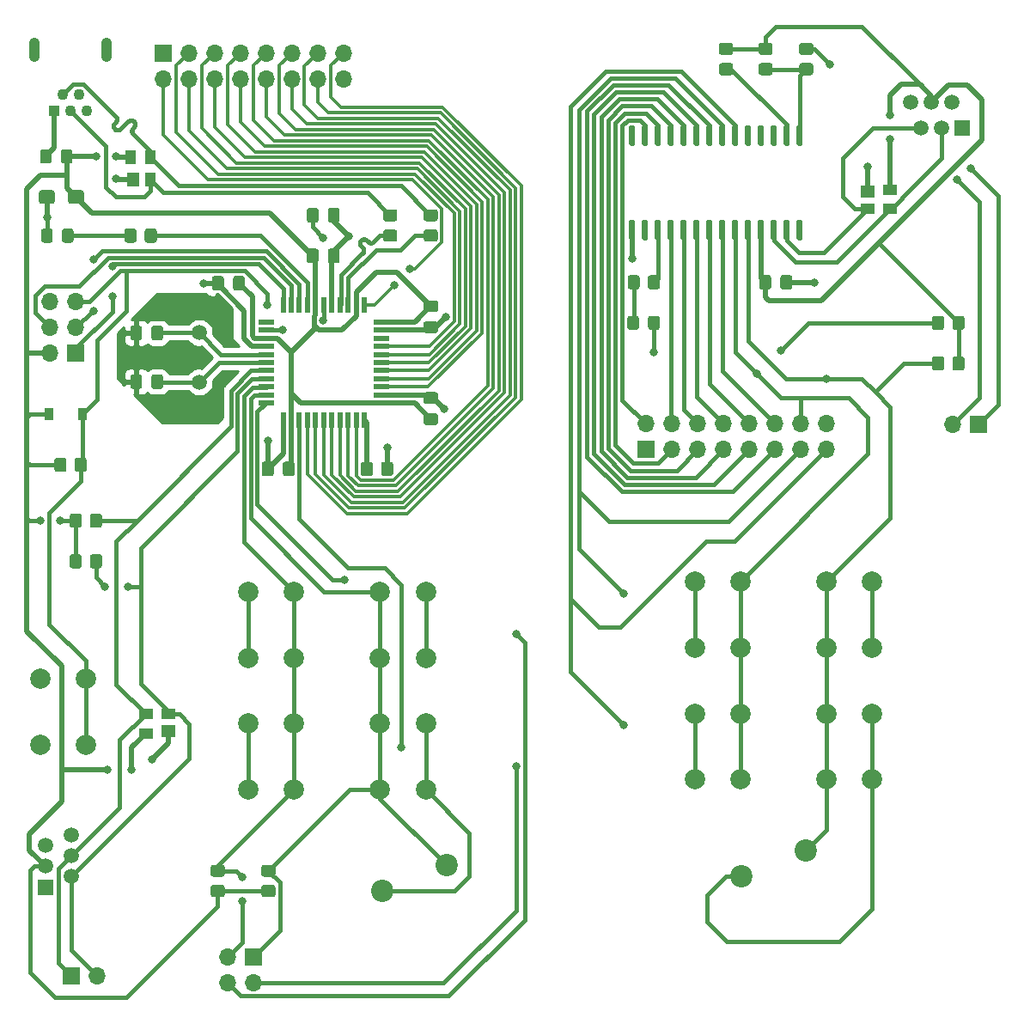
<source format=gtl>
%TF.GenerationSoftware,KiCad,Pcbnew,5.1.10-1.fc34*%
%TF.CreationDate,2021-06-27T19:23:10+03:00*%
%TF.ProjectId,poc,706f632e-6b69-4636-9164-5f7063625858,rev?*%
%TF.SameCoordinates,Original*%
%TF.FileFunction,Copper,L1,Top*%
%TF.FilePolarity,Positive*%
%FSLAX46Y46*%
G04 Gerber Fmt 4.6, Leading zero omitted, Abs format (unit mm)*
G04 Created by KiCad (PCBNEW 5.1.10-1.fc34) date 2021-06-27 19:23:10*
%MOMM*%
%LPD*%
G01*
G04 APERTURE LIST*
%TA.AperFunction,ComponentPad*%
%ADD10O,1.700000X1.700000*%
%TD*%
%TA.AperFunction,ComponentPad*%
%ADD11R,1.700000X1.700000*%
%TD*%
%TA.AperFunction,SMDPad,CuDef*%
%ADD12R,1.400000X1.200000*%
%TD*%
%TA.AperFunction,SMDPad,CuDef*%
%ADD13R,1.400000X1.000000*%
%TD*%
%TA.AperFunction,ComponentPad*%
%ADD14C,2.000000*%
%TD*%
%TA.AperFunction,ComponentPad*%
%ADD15C,2.200000*%
%TD*%
%TA.AperFunction,ComponentPad*%
%ADD16C,1.520000*%
%TD*%
%TA.AperFunction,ComponentPad*%
%ADD17R,1.520000X1.520000*%
%TD*%
%TA.AperFunction,SMDPad,CuDef*%
%ADD18R,1.200000X1.400000*%
%TD*%
%TA.AperFunction,SMDPad,CuDef*%
%ADD19R,1.000000X1.400000*%
%TD*%
%TA.AperFunction,SMDPad,CuDef*%
%ADD20R,0.900000X1.200000*%
%TD*%
%TA.AperFunction,ComponentPad*%
%ADD21R,1.100000X1.100000*%
%TD*%
%TA.AperFunction,ComponentPad*%
%ADD22C,1.100000*%
%TD*%
%TA.AperFunction,ComponentPad*%
%ADD23O,1.100000X2.400000*%
%TD*%
%TA.AperFunction,SMDPad,CuDef*%
%ADD24R,0.550000X1.500000*%
%TD*%
%TA.AperFunction,SMDPad,CuDef*%
%ADD25R,1.500000X0.550000*%
%TD*%
%TA.AperFunction,ComponentPad*%
%ADD26C,1.500000*%
%TD*%
%TA.AperFunction,ViaPad*%
%ADD27C,0.800000*%
%TD*%
%TA.AperFunction,Conductor*%
%ADD28C,0.500000*%
%TD*%
%TA.AperFunction,Conductor*%
%ADD29C,0.400000*%
%TD*%
%TA.AperFunction,Conductor*%
%ADD30C,0.300000*%
%TD*%
%TA.AperFunction,Conductor*%
%ADD31C,0.250000*%
%TD*%
%TA.AperFunction,Conductor*%
%ADD32C,0.254000*%
%TD*%
%TA.AperFunction,Conductor*%
%ADD33C,0.100000*%
%TD*%
G04 APERTURE END LIST*
D10*
X102380000Y-61940000D03*
X102380000Y-59400000D03*
X99840000Y-61940000D03*
X99840000Y-59400000D03*
X97300000Y-61940000D03*
X97300000Y-59400000D03*
X94760000Y-61940000D03*
X94760000Y-59400000D03*
X92220000Y-61940000D03*
X92220000Y-59400000D03*
X89680000Y-61940000D03*
X89680000Y-59400000D03*
X87140000Y-61940000D03*
X87140000Y-59400000D03*
X84600000Y-61940000D03*
D11*
X84600000Y-59400000D03*
D10*
X90960000Y-151040000D03*
X93500000Y-151040000D03*
X90960000Y-148500000D03*
D11*
X93500000Y-148500000D03*
D12*
X85100000Y-126270000D03*
D13*
X85100000Y-124550000D03*
X82900000Y-124550000D03*
X82900000Y-126450000D03*
D14*
X106000000Y-112500000D03*
X110500000Y-112500000D03*
X106000000Y-119000000D03*
X110500000Y-119000000D03*
%TA.AperFunction,SMDPad,CuDef*%
G36*
G01*
X75695000Y-69149999D02*
X75695000Y-70050001D01*
G75*
G02*
X75445001Y-70300000I-249999J0D01*
G01*
X74794999Y-70300000D01*
G75*
G02*
X74545000Y-70050001I0J249999D01*
G01*
X74545000Y-69149999D01*
G75*
G02*
X74794999Y-68900000I249999J0D01*
G01*
X75445001Y-68900000D01*
G75*
G02*
X75695000Y-69149999I0J-249999D01*
G01*
G37*
%TD.AperFunction*%
%TA.AperFunction,SMDPad,CuDef*%
G36*
G01*
X73645000Y-69149999D02*
X73645000Y-70050001D01*
G75*
G02*
X73395001Y-70300000I-249999J0D01*
G01*
X72744999Y-70300000D01*
G75*
G02*
X72495000Y-70050001I0J249999D01*
G01*
X72495000Y-69149999D01*
G75*
G02*
X72744999Y-68900000I249999J0D01*
G01*
X73395001Y-68900000D01*
G75*
G02*
X73645000Y-69149999I0J-249999D01*
G01*
G37*
%TD.AperFunction*%
%TA.AperFunction,SMDPad,CuDef*%
G36*
G01*
X95512500Y-99925000D02*
X95512500Y-100875000D01*
G75*
G02*
X95262500Y-101125000I-250000J0D01*
G01*
X94587500Y-101125000D01*
G75*
G02*
X94337500Y-100875000I0J250000D01*
G01*
X94337500Y-99925000D01*
G75*
G02*
X94587500Y-99675000I250000J0D01*
G01*
X95262500Y-99675000D01*
G75*
G02*
X95512500Y-99925000I0J-250000D01*
G01*
G37*
%TD.AperFunction*%
%TA.AperFunction,SMDPad,CuDef*%
G36*
G01*
X97587500Y-99925000D02*
X97587500Y-100875000D01*
G75*
G02*
X97337500Y-101125000I-250000J0D01*
G01*
X96662500Y-101125000D01*
G75*
G02*
X96412500Y-100875000I0J250000D01*
G01*
X96412500Y-99925000D01*
G75*
G02*
X96662500Y-99675000I250000J0D01*
G01*
X97337500Y-99675000D01*
G75*
G02*
X97587500Y-99925000I0J-250000D01*
G01*
G37*
%TD.AperFunction*%
%TA.AperFunction,SMDPad,CuDef*%
G36*
G01*
X163600000Y-89549999D02*
X163600000Y-90450001D01*
G75*
G02*
X163350001Y-90700000I-249999J0D01*
G01*
X162649999Y-90700000D01*
G75*
G02*
X162400000Y-90450001I0J249999D01*
G01*
X162400000Y-89549999D01*
G75*
G02*
X162649999Y-89300000I249999J0D01*
G01*
X163350001Y-89300000D01*
G75*
G02*
X163600000Y-89549999I0J-249999D01*
G01*
G37*
%TD.AperFunction*%
%TA.AperFunction,SMDPad,CuDef*%
G36*
G01*
X161600000Y-89549999D02*
X161600000Y-90450001D01*
G75*
G02*
X161350001Y-90700000I-249999J0D01*
G01*
X160649999Y-90700000D01*
G75*
G02*
X160400000Y-90450001I0J249999D01*
G01*
X160400000Y-89549999D01*
G75*
G02*
X160649999Y-89300000I249999J0D01*
G01*
X161350001Y-89300000D01*
G75*
G02*
X161600000Y-89549999I0J-249999D01*
G01*
G37*
%TD.AperFunction*%
D15*
X141650000Y-140540000D03*
X148000000Y-138000000D03*
D10*
X150000000Y-95960000D03*
X150000000Y-98500000D03*
X147460000Y-95960000D03*
X147460000Y-98500000D03*
X144920000Y-95960000D03*
X144920000Y-98500000D03*
X142380000Y-95960000D03*
X142380000Y-98500000D03*
X139840000Y-95960000D03*
X139840000Y-98500000D03*
X137300000Y-95960000D03*
X137300000Y-98500000D03*
X134760000Y-95960000D03*
X134760000Y-98500000D03*
X132220000Y-95960000D03*
D11*
X132220000Y-98500000D03*
D10*
X162460000Y-96000000D03*
D11*
X165000000Y-96000000D03*
D16*
X158300000Y-64260000D03*
X159320000Y-66800000D03*
X160340000Y-64260000D03*
X161360000Y-66800000D03*
X162380000Y-64260000D03*
D17*
X163400000Y-66800000D03*
%TA.AperFunction,SMDPad,CuDef*%
G36*
G01*
X147549999Y-60400000D02*
X148450001Y-60400000D01*
G75*
G02*
X148700000Y-60649999I0J-249999D01*
G01*
X148700000Y-61350001D01*
G75*
G02*
X148450001Y-61600000I-249999J0D01*
G01*
X147549999Y-61600000D01*
G75*
G02*
X147300000Y-61350001I0J249999D01*
G01*
X147300000Y-60649999D01*
G75*
G02*
X147549999Y-60400000I249999J0D01*
G01*
G37*
%TD.AperFunction*%
%TA.AperFunction,SMDPad,CuDef*%
G36*
G01*
X147549999Y-58400000D02*
X148450001Y-58400000D01*
G75*
G02*
X148700000Y-58649999I0J-249999D01*
G01*
X148700000Y-59350001D01*
G75*
G02*
X148450001Y-59600000I-249999J0D01*
G01*
X147549999Y-59600000D01*
G75*
G02*
X147300000Y-59350001I0J249999D01*
G01*
X147300000Y-58649999D01*
G75*
G02*
X147549999Y-58400000I249999J0D01*
G01*
G37*
%TD.AperFunction*%
D13*
X156300000Y-72850000D03*
X156300000Y-74750000D03*
X154100000Y-74750000D03*
D12*
X154100000Y-73030000D03*
%TA.AperFunction,SMDPad,CuDef*%
G36*
G01*
X77400000Y-109950001D02*
X77400000Y-109049999D01*
G75*
G02*
X77649999Y-108800000I249999J0D01*
G01*
X78350001Y-108800000D01*
G75*
G02*
X78600000Y-109049999I0J-249999D01*
G01*
X78600000Y-109950001D01*
G75*
G02*
X78350001Y-110200000I-249999J0D01*
G01*
X77649999Y-110200000D01*
G75*
G02*
X77400000Y-109950001I0J249999D01*
G01*
G37*
%TD.AperFunction*%
%TA.AperFunction,SMDPad,CuDef*%
G36*
G01*
X75400000Y-109950001D02*
X75400000Y-109049999D01*
G75*
G02*
X75649999Y-108800000I249999J0D01*
G01*
X76350001Y-108800000D01*
G75*
G02*
X76600000Y-109049999I0J-249999D01*
G01*
X76600000Y-109950001D01*
G75*
G02*
X76350001Y-110200000I-249999J0D01*
G01*
X75649999Y-110200000D01*
G75*
G02*
X75400000Y-109950001I0J249999D01*
G01*
G37*
%TD.AperFunction*%
%TA.AperFunction,SMDPad,CuDef*%
G36*
G01*
X90612500Y-81625000D02*
X90612500Y-82575000D01*
G75*
G02*
X90362500Y-82825000I-250000J0D01*
G01*
X89687500Y-82825000D01*
G75*
G02*
X89437500Y-82575000I0J250000D01*
G01*
X89437500Y-81625000D01*
G75*
G02*
X89687500Y-81375000I250000J0D01*
G01*
X90362500Y-81375000D01*
G75*
G02*
X90612500Y-81625000I0J-250000D01*
G01*
G37*
%TD.AperFunction*%
%TA.AperFunction,SMDPad,CuDef*%
G36*
G01*
X92687500Y-81625000D02*
X92687500Y-82575000D01*
G75*
G02*
X92437500Y-82825000I-250000J0D01*
G01*
X91762500Y-82825000D01*
G75*
G02*
X91512500Y-82575000I0J250000D01*
G01*
X91512500Y-81625000D01*
G75*
G02*
X91762500Y-81375000I250000J0D01*
G01*
X92437500Y-81375000D01*
G75*
G02*
X92687500Y-81625000I0J-250000D01*
G01*
G37*
%TD.AperFunction*%
%TA.AperFunction,SMDPad,CuDef*%
G36*
G01*
X75400000Y-105950001D02*
X75400000Y-105049999D01*
G75*
G02*
X75649999Y-104800000I249999J0D01*
G01*
X76350001Y-104800000D01*
G75*
G02*
X76600000Y-105049999I0J-249999D01*
G01*
X76600000Y-105950001D01*
G75*
G02*
X76350001Y-106200000I-249999J0D01*
G01*
X75649999Y-106200000D01*
G75*
G02*
X75400000Y-105950001I0J249999D01*
G01*
G37*
%TD.AperFunction*%
%TA.AperFunction,SMDPad,CuDef*%
G36*
G01*
X77400000Y-105950001D02*
X77400000Y-105049999D01*
G75*
G02*
X77649999Y-104800000I249999J0D01*
G01*
X78350001Y-104800000D01*
G75*
G02*
X78600000Y-105049999I0J-249999D01*
G01*
X78600000Y-105950001D01*
G75*
G02*
X78350001Y-106200000I-249999J0D01*
G01*
X77649999Y-106200000D01*
G75*
G02*
X77400000Y-105950001I0J249999D01*
G01*
G37*
%TD.AperFunction*%
%TA.AperFunction,SMDPad,CuDef*%
G36*
G01*
X76825000Y-73174999D02*
X76825000Y-74025001D01*
G75*
G02*
X76575001Y-74275000I-249999J0D01*
G01*
X75499999Y-74275000D01*
G75*
G02*
X75250000Y-74025001I0J249999D01*
G01*
X75250000Y-73174999D01*
G75*
G02*
X75499999Y-72925000I249999J0D01*
G01*
X76575001Y-72925000D01*
G75*
G02*
X76825000Y-73174999I0J-249999D01*
G01*
G37*
%TD.AperFunction*%
%TA.AperFunction,SMDPad,CuDef*%
G36*
G01*
X73950000Y-73174999D02*
X73950000Y-74025001D01*
G75*
G02*
X73700001Y-74275000I-249999J0D01*
G01*
X72624999Y-74275000D01*
G75*
G02*
X72375000Y-74025001I0J249999D01*
G01*
X72375000Y-73174999D01*
G75*
G02*
X72624999Y-72925000I249999J0D01*
G01*
X73700001Y-72925000D01*
G75*
G02*
X73950000Y-73174999I0J-249999D01*
G01*
G37*
%TD.AperFunction*%
%TA.AperFunction,SMDPad,CuDef*%
G36*
G01*
X82550000Y-91325000D02*
X82550000Y-92275000D01*
G75*
G02*
X82300000Y-92525000I-250000J0D01*
G01*
X81625000Y-92525000D01*
G75*
G02*
X81375000Y-92275000I0J250000D01*
G01*
X81375000Y-91325000D01*
G75*
G02*
X81625000Y-91075000I250000J0D01*
G01*
X82300000Y-91075000D01*
G75*
G02*
X82550000Y-91325000I0J-250000D01*
G01*
G37*
%TD.AperFunction*%
%TA.AperFunction,SMDPad,CuDef*%
G36*
G01*
X84625000Y-91325000D02*
X84625000Y-92275000D01*
G75*
G02*
X84375000Y-92525000I-250000J0D01*
G01*
X83700000Y-92525000D01*
G75*
G02*
X83450000Y-92275000I0J250000D01*
G01*
X83450000Y-91325000D01*
G75*
G02*
X83700000Y-91075000I250000J0D01*
G01*
X84375000Y-91075000D01*
G75*
G02*
X84625000Y-91325000I0J-250000D01*
G01*
G37*
%TD.AperFunction*%
%TA.AperFunction,SMDPad,CuDef*%
G36*
G01*
X84625000Y-86525000D02*
X84625000Y-87475000D01*
G75*
G02*
X84375000Y-87725000I-250000J0D01*
G01*
X83700000Y-87725000D01*
G75*
G02*
X83450000Y-87475000I0J250000D01*
G01*
X83450000Y-86525000D01*
G75*
G02*
X83700000Y-86275000I250000J0D01*
G01*
X84375000Y-86275000D01*
G75*
G02*
X84625000Y-86525000I0J-250000D01*
G01*
G37*
%TD.AperFunction*%
%TA.AperFunction,SMDPad,CuDef*%
G36*
G01*
X82550000Y-86525000D02*
X82550000Y-87475000D01*
G75*
G02*
X82300000Y-87725000I-250000J0D01*
G01*
X81625000Y-87725000D01*
G75*
G02*
X81375000Y-87475000I0J250000D01*
G01*
X81375000Y-86525000D01*
G75*
G02*
X81625000Y-86275000I250000J0D01*
G01*
X82300000Y-86275000D01*
G75*
G02*
X82550000Y-86525000I0J-250000D01*
G01*
G37*
%TD.AperFunction*%
%TA.AperFunction,SMDPad,CuDef*%
G36*
G01*
X98775000Y-75875000D02*
X98775000Y-74925000D01*
G75*
G02*
X99025000Y-74675000I250000J0D01*
G01*
X99700000Y-74675000D01*
G75*
G02*
X99950000Y-74925000I0J-250000D01*
G01*
X99950000Y-75875000D01*
G75*
G02*
X99700000Y-76125000I-250000J0D01*
G01*
X99025000Y-76125000D01*
G75*
G02*
X98775000Y-75875000I0J250000D01*
G01*
G37*
%TD.AperFunction*%
%TA.AperFunction,SMDPad,CuDef*%
G36*
G01*
X100850000Y-75875000D02*
X100850000Y-74925000D01*
G75*
G02*
X101100000Y-74675000I250000J0D01*
G01*
X101775000Y-74675000D01*
G75*
G02*
X102025000Y-74925000I0J-250000D01*
G01*
X102025000Y-75875000D01*
G75*
G02*
X101775000Y-76125000I-250000J0D01*
G01*
X101100000Y-76125000D01*
G75*
G02*
X100850000Y-75875000I0J250000D01*
G01*
G37*
%TD.AperFunction*%
%TA.AperFunction,SMDPad,CuDef*%
G36*
G01*
X111475000Y-93997500D02*
X110525000Y-93997500D01*
G75*
G02*
X110275000Y-93747500I0J250000D01*
G01*
X110275000Y-93072500D01*
G75*
G02*
X110525000Y-92822500I250000J0D01*
G01*
X111475000Y-92822500D01*
G75*
G02*
X111725000Y-93072500I0J-250000D01*
G01*
X111725000Y-93747500D01*
G75*
G02*
X111475000Y-93997500I-250000J0D01*
G01*
G37*
%TD.AperFunction*%
%TA.AperFunction,SMDPad,CuDef*%
G36*
G01*
X111475000Y-96072500D02*
X110525000Y-96072500D01*
G75*
G02*
X110275000Y-95822500I0J250000D01*
G01*
X110275000Y-95147500D01*
G75*
G02*
X110525000Y-94897500I250000J0D01*
G01*
X111475000Y-94897500D01*
G75*
G02*
X111725000Y-95147500I0J-250000D01*
G01*
X111725000Y-95822500D01*
G75*
G02*
X111475000Y-96072500I-250000J0D01*
G01*
G37*
%TD.AperFunction*%
%TA.AperFunction,SMDPad,CuDef*%
G36*
G01*
X98775000Y-79875000D02*
X98775000Y-78925000D01*
G75*
G02*
X99025000Y-78675000I250000J0D01*
G01*
X99700000Y-78675000D01*
G75*
G02*
X99950000Y-78925000I0J-250000D01*
G01*
X99950000Y-79875000D01*
G75*
G02*
X99700000Y-80125000I-250000J0D01*
G01*
X99025000Y-80125000D01*
G75*
G02*
X98775000Y-79875000I0J250000D01*
G01*
G37*
%TD.AperFunction*%
%TA.AperFunction,SMDPad,CuDef*%
G36*
G01*
X100850000Y-79875000D02*
X100850000Y-78925000D01*
G75*
G02*
X101100000Y-78675000I250000J0D01*
G01*
X101775000Y-78675000D01*
G75*
G02*
X102025000Y-78925000I0J-250000D01*
G01*
X102025000Y-79875000D01*
G75*
G02*
X101775000Y-80125000I-250000J0D01*
G01*
X101100000Y-80125000D01*
G75*
G02*
X100850000Y-79875000I0J250000D01*
G01*
G37*
%TD.AperFunction*%
%TA.AperFunction,SMDPad,CuDef*%
G36*
G01*
X110525000Y-83775000D02*
X111475000Y-83775000D01*
G75*
G02*
X111725000Y-84025000I0J-250000D01*
G01*
X111725000Y-84700000D01*
G75*
G02*
X111475000Y-84950000I-250000J0D01*
G01*
X110525000Y-84950000D01*
G75*
G02*
X110275000Y-84700000I0J250000D01*
G01*
X110275000Y-84025000D01*
G75*
G02*
X110525000Y-83775000I250000J0D01*
G01*
G37*
%TD.AperFunction*%
%TA.AperFunction,SMDPad,CuDef*%
G36*
G01*
X110525000Y-85850000D02*
X111475000Y-85850000D01*
G75*
G02*
X111725000Y-86100000I0J-250000D01*
G01*
X111725000Y-86775000D01*
G75*
G02*
X111475000Y-87025000I-250000J0D01*
G01*
X110525000Y-87025000D01*
G75*
G02*
X110275000Y-86775000I0J250000D01*
G01*
X110275000Y-86100000D01*
G75*
G02*
X110525000Y-85850000I250000J0D01*
G01*
G37*
%TD.AperFunction*%
D18*
X81630000Y-71900000D03*
D19*
X83350000Y-71900000D03*
X83350000Y-69700000D03*
X81450000Y-69700000D03*
D20*
X73350000Y-95000000D03*
X76650000Y-95000000D03*
%TA.AperFunction,SMDPad,CuDef*%
G36*
G01*
X74650000Y-77850001D02*
X74650000Y-76949999D01*
G75*
G02*
X74899999Y-76700000I249999J0D01*
G01*
X75550001Y-76700000D01*
G75*
G02*
X75800000Y-76949999I0J-249999D01*
G01*
X75800000Y-77850001D01*
G75*
G02*
X75550001Y-78100000I-249999J0D01*
G01*
X74899999Y-78100000D01*
G75*
G02*
X74650000Y-77850001I0J249999D01*
G01*
G37*
%TD.AperFunction*%
%TA.AperFunction,SMDPad,CuDef*%
G36*
G01*
X72600000Y-77850001D02*
X72600000Y-76949999D01*
G75*
G02*
X72849999Y-76700000I249999J0D01*
G01*
X73500001Y-76700000D01*
G75*
G02*
X73750000Y-76949999I0J-249999D01*
G01*
X73750000Y-77850001D01*
G75*
G02*
X73500001Y-78100000I-249999J0D01*
G01*
X72849999Y-78100000D01*
G75*
G02*
X72600000Y-77850001I0J249999D01*
G01*
G37*
%TD.AperFunction*%
%TA.AperFunction,SMDPad,CuDef*%
G36*
G01*
X133575000Y-85549999D02*
X133575000Y-86450001D01*
G75*
G02*
X133325001Y-86700000I-249999J0D01*
G01*
X132674999Y-86700000D01*
G75*
G02*
X132425000Y-86450001I0J249999D01*
G01*
X132425000Y-85549999D01*
G75*
G02*
X132674999Y-85300000I249999J0D01*
G01*
X133325001Y-85300000D01*
G75*
G02*
X133575000Y-85549999I0J-249999D01*
G01*
G37*
%TD.AperFunction*%
%TA.AperFunction,SMDPad,CuDef*%
G36*
G01*
X131525000Y-85549999D02*
X131525000Y-86450001D01*
G75*
G02*
X131275001Y-86700000I-249999J0D01*
G01*
X130624999Y-86700000D01*
G75*
G02*
X130375000Y-86450001I0J249999D01*
G01*
X130375000Y-85549999D01*
G75*
G02*
X130624999Y-85300000I249999J0D01*
G01*
X131275001Y-85300000D01*
G75*
G02*
X131525000Y-85549999I0J-249999D01*
G01*
G37*
%TD.AperFunction*%
D21*
X73900000Y-65100000D03*
D22*
X74700000Y-63500000D03*
X75500000Y-65100000D03*
X76300000Y-63500000D03*
X77100000Y-65100000D03*
D23*
X71950000Y-59100000D03*
X79050000Y-59100000D03*
D17*
X73000000Y-141600000D03*
D16*
X75540000Y-140580000D03*
X73000000Y-139560000D03*
X75540000Y-138540000D03*
X73000000Y-137520000D03*
X75540000Y-136500000D03*
D11*
X76000000Y-89000000D03*
D10*
X73460000Y-89000000D03*
X76000000Y-86460000D03*
X73460000Y-86460000D03*
X76000000Y-83920000D03*
X73460000Y-83920000D03*
%TA.AperFunction,SMDPad,CuDef*%
G36*
G01*
X107450001Y-76000000D02*
X106549999Y-76000000D01*
G75*
G02*
X106300000Y-75750001I0J249999D01*
G01*
X106300000Y-75049999D01*
G75*
G02*
X106549999Y-74800000I249999J0D01*
G01*
X107450001Y-74800000D01*
G75*
G02*
X107700000Y-75049999I0J-249999D01*
G01*
X107700000Y-75750001D01*
G75*
G02*
X107450001Y-76000000I-249999J0D01*
G01*
G37*
%TD.AperFunction*%
%TA.AperFunction,SMDPad,CuDef*%
G36*
G01*
X107450001Y-78000000D02*
X106549999Y-78000000D01*
G75*
G02*
X106300000Y-77750001I0J249999D01*
G01*
X106300000Y-77049999D01*
G75*
G02*
X106549999Y-76800000I249999J0D01*
G01*
X107450001Y-76800000D01*
G75*
G02*
X107700000Y-77049999I0J-249999D01*
G01*
X107700000Y-77750001D01*
G75*
G02*
X107450001Y-78000000I-249999J0D01*
G01*
G37*
%TD.AperFunction*%
%TA.AperFunction,SMDPad,CuDef*%
G36*
G01*
X110549999Y-74800000D02*
X111450001Y-74800000D01*
G75*
G02*
X111700000Y-75049999I0J-249999D01*
G01*
X111700000Y-75750001D01*
G75*
G02*
X111450001Y-76000000I-249999J0D01*
G01*
X110549999Y-76000000D01*
G75*
G02*
X110300000Y-75750001I0J249999D01*
G01*
X110300000Y-75049999D01*
G75*
G02*
X110549999Y-74800000I249999J0D01*
G01*
G37*
%TD.AperFunction*%
%TA.AperFunction,SMDPad,CuDef*%
G36*
G01*
X110549999Y-76800000D02*
X111450001Y-76800000D01*
G75*
G02*
X111700000Y-77049999I0J-249999D01*
G01*
X111700000Y-77750001D01*
G75*
G02*
X111450001Y-78000000I-249999J0D01*
G01*
X110549999Y-78000000D01*
G75*
G02*
X110300000Y-77750001I0J249999D01*
G01*
X110300000Y-77049999D01*
G75*
G02*
X110549999Y-76800000I249999J0D01*
G01*
G37*
%TD.AperFunction*%
%TA.AperFunction,SMDPad,CuDef*%
G36*
G01*
X73900000Y-100450001D02*
X73900000Y-99549999D01*
G75*
G02*
X74149999Y-99300000I249999J0D01*
G01*
X74850001Y-99300000D01*
G75*
G02*
X75100000Y-99549999I0J-249999D01*
G01*
X75100000Y-100450001D01*
G75*
G02*
X74850001Y-100700000I-249999J0D01*
G01*
X74149999Y-100700000D01*
G75*
G02*
X73900000Y-100450001I0J249999D01*
G01*
G37*
%TD.AperFunction*%
%TA.AperFunction,SMDPad,CuDef*%
G36*
G01*
X75900000Y-100450001D02*
X75900000Y-99549999D01*
G75*
G02*
X76149999Y-99300000I249999J0D01*
G01*
X76850001Y-99300000D01*
G75*
G02*
X77100000Y-99549999I0J-249999D01*
G01*
X77100000Y-100450001D01*
G75*
G02*
X76850001Y-100700000I-249999J0D01*
G01*
X76149999Y-100700000D01*
G75*
G02*
X75900000Y-100450001I0J249999D01*
G01*
G37*
%TD.AperFunction*%
%TA.AperFunction,SMDPad,CuDef*%
G36*
G01*
X105300000Y-99949999D02*
X105300000Y-100850001D01*
G75*
G02*
X105050001Y-101100000I-249999J0D01*
G01*
X104349999Y-101100000D01*
G75*
G02*
X104100000Y-100850001I0J249999D01*
G01*
X104100000Y-99949999D01*
G75*
G02*
X104349999Y-99700000I249999J0D01*
G01*
X105050001Y-99700000D01*
G75*
G02*
X105300000Y-99949999I0J-249999D01*
G01*
G37*
%TD.AperFunction*%
%TA.AperFunction,SMDPad,CuDef*%
G36*
G01*
X107300000Y-99949999D02*
X107300000Y-100850001D01*
G75*
G02*
X107050001Y-101100000I-249999J0D01*
G01*
X106349999Y-101100000D01*
G75*
G02*
X106100000Y-100850001I0J249999D01*
G01*
X106100000Y-99949999D01*
G75*
G02*
X106349999Y-99700000I249999J0D01*
G01*
X107050001Y-99700000D01*
G75*
G02*
X107300000Y-99949999I0J-249999D01*
G01*
G37*
%TD.AperFunction*%
%TA.AperFunction,SMDPad,CuDef*%
G36*
G01*
X84000000Y-76949999D02*
X84000000Y-77850001D01*
G75*
G02*
X83750001Y-78100000I-249999J0D01*
G01*
X83049999Y-78100000D01*
G75*
G02*
X82800000Y-77850001I0J249999D01*
G01*
X82800000Y-76949999D01*
G75*
G02*
X83049999Y-76700000I249999J0D01*
G01*
X83750001Y-76700000D01*
G75*
G02*
X84000000Y-76949999I0J-249999D01*
G01*
G37*
%TD.AperFunction*%
%TA.AperFunction,SMDPad,CuDef*%
G36*
G01*
X82000000Y-76949999D02*
X82000000Y-77850001D01*
G75*
G02*
X81750001Y-78100000I-249999J0D01*
G01*
X81049999Y-78100000D01*
G75*
G02*
X80800000Y-77850001I0J249999D01*
G01*
X80800000Y-76949999D01*
G75*
G02*
X81049999Y-76700000I249999J0D01*
G01*
X81750001Y-76700000D01*
G75*
G02*
X82000000Y-76949999I0J-249999D01*
G01*
G37*
%TD.AperFunction*%
%TA.AperFunction,SMDPad,CuDef*%
G36*
G01*
X90450001Y-142600000D02*
X89549999Y-142600000D01*
G75*
G02*
X89300000Y-142350001I0J249999D01*
G01*
X89300000Y-141649999D01*
G75*
G02*
X89549999Y-141400000I249999J0D01*
G01*
X90450001Y-141400000D01*
G75*
G02*
X90700000Y-141649999I0J-249999D01*
G01*
X90700000Y-142350001D01*
G75*
G02*
X90450001Y-142600000I-249999J0D01*
G01*
G37*
%TD.AperFunction*%
%TA.AperFunction,SMDPad,CuDef*%
G36*
G01*
X90450001Y-140600000D02*
X89549999Y-140600000D01*
G75*
G02*
X89300000Y-140350001I0J249999D01*
G01*
X89300000Y-139649999D01*
G75*
G02*
X89549999Y-139400000I249999J0D01*
G01*
X90450001Y-139400000D01*
G75*
G02*
X90700000Y-139649999I0J-249999D01*
G01*
X90700000Y-140350001D01*
G75*
G02*
X90450001Y-140600000I-249999J0D01*
G01*
G37*
%TD.AperFunction*%
%TA.AperFunction,SMDPad,CuDef*%
G36*
G01*
X95450001Y-140600000D02*
X94549999Y-140600000D01*
G75*
G02*
X94300000Y-140350001I0J249999D01*
G01*
X94300000Y-139649999D01*
G75*
G02*
X94549999Y-139400000I249999J0D01*
G01*
X95450001Y-139400000D01*
G75*
G02*
X95700000Y-139649999I0J-249999D01*
G01*
X95700000Y-140350001D01*
G75*
G02*
X95450001Y-140600000I-249999J0D01*
G01*
G37*
%TD.AperFunction*%
%TA.AperFunction,SMDPad,CuDef*%
G36*
G01*
X95450001Y-142600000D02*
X94549999Y-142600000D01*
G75*
G02*
X94300000Y-142350001I0J249999D01*
G01*
X94300000Y-141649999D01*
G75*
G02*
X94549999Y-141400000I249999J0D01*
G01*
X95450001Y-141400000D01*
G75*
G02*
X95700000Y-141649999I0J-249999D01*
G01*
X95700000Y-142350001D01*
G75*
G02*
X95450001Y-142600000I-249999J0D01*
G01*
G37*
%TD.AperFunction*%
%TA.AperFunction,SMDPad,CuDef*%
G36*
G01*
X139649999Y-58400000D02*
X140550001Y-58400000D01*
G75*
G02*
X140800000Y-58649999I0J-249999D01*
G01*
X140800000Y-59350001D01*
G75*
G02*
X140550001Y-59600000I-249999J0D01*
G01*
X139649999Y-59600000D01*
G75*
G02*
X139400000Y-59350001I0J249999D01*
G01*
X139400000Y-58649999D01*
G75*
G02*
X139649999Y-58400000I249999J0D01*
G01*
G37*
%TD.AperFunction*%
%TA.AperFunction,SMDPad,CuDef*%
G36*
G01*
X139649999Y-60400000D02*
X140550001Y-60400000D01*
G75*
G02*
X140800000Y-60649999I0J-249999D01*
G01*
X140800000Y-61350001D01*
G75*
G02*
X140550001Y-61600000I-249999J0D01*
G01*
X139649999Y-61600000D01*
G75*
G02*
X139400000Y-61350001I0J249999D01*
G01*
X139400000Y-60649999D01*
G75*
G02*
X139649999Y-60400000I249999J0D01*
G01*
G37*
%TD.AperFunction*%
%TA.AperFunction,SMDPad,CuDef*%
G36*
G01*
X144450001Y-61600000D02*
X143549999Y-61600000D01*
G75*
G02*
X143300000Y-61350001I0J249999D01*
G01*
X143300000Y-60649999D01*
G75*
G02*
X143549999Y-60400000I249999J0D01*
G01*
X144450001Y-60400000D01*
G75*
G02*
X144700000Y-60649999I0J-249999D01*
G01*
X144700000Y-61350001D01*
G75*
G02*
X144450001Y-61600000I-249999J0D01*
G01*
G37*
%TD.AperFunction*%
%TA.AperFunction,SMDPad,CuDef*%
G36*
G01*
X144450001Y-59600000D02*
X143549999Y-59600000D01*
G75*
G02*
X143300000Y-59350001I0J249999D01*
G01*
X143300000Y-58649999D01*
G75*
G02*
X143549999Y-58400000I249999J0D01*
G01*
X144450001Y-58400000D01*
G75*
G02*
X144700000Y-58649999I0J-249999D01*
G01*
X144700000Y-59350001D01*
G75*
G02*
X144450001Y-59600000I-249999J0D01*
G01*
G37*
%TD.AperFunction*%
%TA.AperFunction,SMDPad,CuDef*%
G36*
G01*
X131600000Y-81549999D02*
X131600000Y-82450001D01*
G75*
G02*
X131350001Y-82700000I-249999J0D01*
G01*
X130649999Y-82700000D01*
G75*
G02*
X130400000Y-82450001I0J249999D01*
G01*
X130400000Y-81549999D01*
G75*
G02*
X130649999Y-81300000I249999J0D01*
G01*
X131350001Y-81300000D01*
G75*
G02*
X131600000Y-81549999I0J-249999D01*
G01*
G37*
%TD.AperFunction*%
%TA.AperFunction,SMDPad,CuDef*%
G36*
G01*
X133600000Y-81549999D02*
X133600000Y-82450001D01*
G75*
G02*
X133350001Y-82700000I-249999J0D01*
G01*
X132649999Y-82700000D01*
G75*
G02*
X132400000Y-82450001I0J249999D01*
G01*
X132400000Y-81549999D01*
G75*
G02*
X132649999Y-81300000I249999J0D01*
G01*
X133350001Y-81300000D01*
G75*
G02*
X133600000Y-81549999I0J-249999D01*
G01*
G37*
%TD.AperFunction*%
%TA.AperFunction,SMDPad,CuDef*%
G36*
G01*
X161600000Y-85549999D02*
X161600000Y-86450001D01*
G75*
G02*
X161350001Y-86700000I-249999J0D01*
G01*
X160649999Y-86700000D01*
G75*
G02*
X160400000Y-86450001I0J249999D01*
G01*
X160400000Y-85549999D01*
G75*
G02*
X160649999Y-85300000I249999J0D01*
G01*
X161350001Y-85300000D01*
G75*
G02*
X161600000Y-85549999I0J-249999D01*
G01*
G37*
%TD.AperFunction*%
%TA.AperFunction,SMDPad,CuDef*%
G36*
G01*
X163600000Y-85549999D02*
X163600000Y-86450001D01*
G75*
G02*
X163350001Y-86700000I-249999J0D01*
G01*
X162649999Y-86700000D01*
G75*
G02*
X162400000Y-86450001I0J249999D01*
G01*
X162400000Y-85549999D01*
G75*
G02*
X162649999Y-85300000I249999J0D01*
G01*
X163350001Y-85300000D01*
G75*
G02*
X163600000Y-85549999I0J-249999D01*
G01*
G37*
%TD.AperFunction*%
D14*
X72500000Y-121100000D03*
X77000000Y-121100000D03*
X72500000Y-127600000D03*
X77000000Y-127600000D03*
X97500000Y-119000000D03*
X93000000Y-119000000D03*
X97500000Y-112500000D03*
X93000000Y-112500000D03*
X93000000Y-125500000D03*
X97500000Y-125500000D03*
X93000000Y-132000000D03*
X97500000Y-132000000D03*
X106000000Y-125500000D03*
X110500000Y-125500000D03*
X106000000Y-132000000D03*
X110500000Y-132000000D03*
X137000000Y-111500000D03*
X141500000Y-111500000D03*
X137000000Y-118000000D03*
X141500000Y-118000000D03*
X137000000Y-124500000D03*
X141500000Y-124500000D03*
X137000000Y-131000000D03*
X141500000Y-131000000D03*
X154500000Y-118000000D03*
X150000000Y-118000000D03*
X154500000Y-111500000D03*
X150000000Y-111500000D03*
X154500000Y-131000000D03*
X150000000Y-131000000D03*
X154500000Y-124500000D03*
X150000000Y-124500000D03*
D15*
X112540000Y-139420000D03*
X106190000Y-141960000D03*
D24*
X104450000Y-84210000D03*
X103650000Y-84210000D03*
X102850000Y-84210000D03*
X102050000Y-84210000D03*
X101250000Y-84210000D03*
X100450000Y-84210000D03*
X99650000Y-84210000D03*
X98850000Y-84210000D03*
X98050000Y-84210000D03*
X97250000Y-84210000D03*
X96450000Y-84210000D03*
D25*
X94750000Y-85910000D03*
X94750000Y-86710000D03*
X94750000Y-87510000D03*
X94750000Y-88310000D03*
X94750000Y-89110000D03*
X94750000Y-89910000D03*
X94750000Y-90710000D03*
X94750000Y-91510000D03*
X94750000Y-92310000D03*
X94750000Y-93110000D03*
X94750000Y-93910000D03*
D24*
X96450000Y-95610000D03*
X97250000Y-95610000D03*
X98050000Y-95610000D03*
X98850000Y-95610000D03*
X99650000Y-95610000D03*
X100450000Y-95610000D03*
X101250000Y-95610000D03*
X102050000Y-95610000D03*
X102850000Y-95610000D03*
X103650000Y-95610000D03*
X104450000Y-95610000D03*
D25*
X106150000Y-93910000D03*
X106150000Y-93110000D03*
X106150000Y-92310000D03*
X106150000Y-91510000D03*
X106150000Y-90710000D03*
X106150000Y-89910000D03*
X106150000Y-89110000D03*
X106150000Y-88310000D03*
X106150000Y-87510000D03*
X106150000Y-86710000D03*
X106150000Y-85910000D03*
%TA.AperFunction,SMDPad,CuDef*%
G36*
G01*
X130995000Y-77875000D02*
X130695000Y-77875000D01*
G75*
G02*
X130545000Y-77725000I0J150000D01*
G01*
X130545000Y-75975000D01*
G75*
G02*
X130695000Y-75825000I150000J0D01*
G01*
X130995000Y-75825000D01*
G75*
G02*
X131145000Y-75975000I0J-150000D01*
G01*
X131145000Y-77725000D01*
G75*
G02*
X130995000Y-77875000I-150000J0D01*
G01*
G37*
%TD.AperFunction*%
%TA.AperFunction,SMDPad,CuDef*%
G36*
G01*
X132265000Y-77875000D02*
X131965000Y-77875000D01*
G75*
G02*
X131815000Y-77725000I0J150000D01*
G01*
X131815000Y-75975000D01*
G75*
G02*
X131965000Y-75825000I150000J0D01*
G01*
X132265000Y-75825000D01*
G75*
G02*
X132415000Y-75975000I0J-150000D01*
G01*
X132415000Y-77725000D01*
G75*
G02*
X132265000Y-77875000I-150000J0D01*
G01*
G37*
%TD.AperFunction*%
%TA.AperFunction,SMDPad,CuDef*%
G36*
G01*
X133535000Y-77875000D02*
X133235000Y-77875000D01*
G75*
G02*
X133085000Y-77725000I0J150000D01*
G01*
X133085000Y-75975000D01*
G75*
G02*
X133235000Y-75825000I150000J0D01*
G01*
X133535000Y-75825000D01*
G75*
G02*
X133685000Y-75975000I0J-150000D01*
G01*
X133685000Y-77725000D01*
G75*
G02*
X133535000Y-77875000I-150000J0D01*
G01*
G37*
%TD.AperFunction*%
%TA.AperFunction,SMDPad,CuDef*%
G36*
G01*
X134805000Y-77875000D02*
X134505000Y-77875000D01*
G75*
G02*
X134355000Y-77725000I0J150000D01*
G01*
X134355000Y-75975000D01*
G75*
G02*
X134505000Y-75825000I150000J0D01*
G01*
X134805000Y-75825000D01*
G75*
G02*
X134955000Y-75975000I0J-150000D01*
G01*
X134955000Y-77725000D01*
G75*
G02*
X134805000Y-77875000I-150000J0D01*
G01*
G37*
%TD.AperFunction*%
%TA.AperFunction,SMDPad,CuDef*%
G36*
G01*
X136075000Y-77875000D02*
X135775000Y-77875000D01*
G75*
G02*
X135625000Y-77725000I0J150000D01*
G01*
X135625000Y-75975000D01*
G75*
G02*
X135775000Y-75825000I150000J0D01*
G01*
X136075000Y-75825000D01*
G75*
G02*
X136225000Y-75975000I0J-150000D01*
G01*
X136225000Y-77725000D01*
G75*
G02*
X136075000Y-77875000I-150000J0D01*
G01*
G37*
%TD.AperFunction*%
%TA.AperFunction,SMDPad,CuDef*%
G36*
G01*
X137345000Y-77875000D02*
X137045000Y-77875000D01*
G75*
G02*
X136895000Y-77725000I0J150000D01*
G01*
X136895000Y-75975000D01*
G75*
G02*
X137045000Y-75825000I150000J0D01*
G01*
X137345000Y-75825000D01*
G75*
G02*
X137495000Y-75975000I0J-150000D01*
G01*
X137495000Y-77725000D01*
G75*
G02*
X137345000Y-77875000I-150000J0D01*
G01*
G37*
%TD.AperFunction*%
%TA.AperFunction,SMDPad,CuDef*%
G36*
G01*
X138615000Y-77875000D02*
X138315000Y-77875000D01*
G75*
G02*
X138165000Y-77725000I0J150000D01*
G01*
X138165000Y-75975000D01*
G75*
G02*
X138315000Y-75825000I150000J0D01*
G01*
X138615000Y-75825000D01*
G75*
G02*
X138765000Y-75975000I0J-150000D01*
G01*
X138765000Y-77725000D01*
G75*
G02*
X138615000Y-77875000I-150000J0D01*
G01*
G37*
%TD.AperFunction*%
%TA.AperFunction,SMDPad,CuDef*%
G36*
G01*
X139885000Y-77875000D02*
X139585000Y-77875000D01*
G75*
G02*
X139435000Y-77725000I0J150000D01*
G01*
X139435000Y-75975000D01*
G75*
G02*
X139585000Y-75825000I150000J0D01*
G01*
X139885000Y-75825000D01*
G75*
G02*
X140035000Y-75975000I0J-150000D01*
G01*
X140035000Y-77725000D01*
G75*
G02*
X139885000Y-77875000I-150000J0D01*
G01*
G37*
%TD.AperFunction*%
%TA.AperFunction,SMDPad,CuDef*%
G36*
G01*
X141155000Y-77875000D02*
X140855000Y-77875000D01*
G75*
G02*
X140705000Y-77725000I0J150000D01*
G01*
X140705000Y-75975000D01*
G75*
G02*
X140855000Y-75825000I150000J0D01*
G01*
X141155000Y-75825000D01*
G75*
G02*
X141305000Y-75975000I0J-150000D01*
G01*
X141305000Y-77725000D01*
G75*
G02*
X141155000Y-77875000I-150000J0D01*
G01*
G37*
%TD.AperFunction*%
%TA.AperFunction,SMDPad,CuDef*%
G36*
G01*
X142425000Y-77875000D02*
X142125000Y-77875000D01*
G75*
G02*
X141975000Y-77725000I0J150000D01*
G01*
X141975000Y-75975000D01*
G75*
G02*
X142125000Y-75825000I150000J0D01*
G01*
X142425000Y-75825000D01*
G75*
G02*
X142575000Y-75975000I0J-150000D01*
G01*
X142575000Y-77725000D01*
G75*
G02*
X142425000Y-77875000I-150000J0D01*
G01*
G37*
%TD.AperFunction*%
%TA.AperFunction,SMDPad,CuDef*%
G36*
G01*
X143695000Y-77875000D02*
X143395000Y-77875000D01*
G75*
G02*
X143245000Y-77725000I0J150000D01*
G01*
X143245000Y-75975000D01*
G75*
G02*
X143395000Y-75825000I150000J0D01*
G01*
X143695000Y-75825000D01*
G75*
G02*
X143845000Y-75975000I0J-150000D01*
G01*
X143845000Y-77725000D01*
G75*
G02*
X143695000Y-77875000I-150000J0D01*
G01*
G37*
%TD.AperFunction*%
%TA.AperFunction,SMDPad,CuDef*%
G36*
G01*
X144965000Y-77875000D02*
X144665000Y-77875000D01*
G75*
G02*
X144515000Y-77725000I0J150000D01*
G01*
X144515000Y-75975000D01*
G75*
G02*
X144665000Y-75825000I150000J0D01*
G01*
X144965000Y-75825000D01*
G75*
G02*
X145115000Y-75975000I0J-150000D01*
G01*
X145115000Y-77725000D01*
G75*
G02*
X144965000Y-77875000I-150000J0D01*
G01*
G37*
%TD.AperFunction*%
%TA.AperFunction,SMDPad,CuDef*%
G36*
G01*
X146235000Y-77875000D02*
X145935000Y-77875000D01*
G75*
G02*
X145785000Y-77725000I0J150000D01*
G01*
X145785000Y-75975000D01*
G75*
G02*
X145935000Y-75825000I150000J0D01*
G01*
X146235000Y-75825000D01*
G75*
G02*
X146385000Y-75975000I0J-150000D01*
G01*
X146385000Y-77725000D01*
G75*
G02*
X146235000Y-77875000I-150000J0D01*
G01*
G37*
%TD.AperFunction*%
%TA.AperFunction,SMDPad,CuDef*%
G36*
G01*
X147505000Y-77875000D02*
X147205000Y-77875000D01*
G75*
G02*
X147055000Y-77725000I0J150000D01*
G01*
X147055000Y-75975000D01*
G75*
G02*
X147205000Y-75825000I150000J0D01*
G01*
X147505000Y-75825000D01*
G75*
G02*
X147655000Y-75975000I0J-150000D01*
G01*
X147655000Y-77725000D01*
G75*
G02*
X147505000Y-77875000I-150000J0D01*
G01*
G37*
%TD.AperFunction*%
%TA.AperFunction,SMDPad,CuDef*%
G36*
G01*
X147505000Y-68575000D02*
X147205000Y-68575000D01*
G75*
G02*
X147055000Y-68425000I0J150000D01*
G01*
X147055000Y-66675000D01*
G75*
G02*
X147205000Y-66525000I150000J0D01*
G01*
X147505000Y-66525000D01*
G75*
G02*
X147655000Y-66675000I0J-150000D01*
G01*
X147655000Y-68425000D01*
G75*
G02*
X147505000Y-68575000I-150000J0D01*
G01*
G37*
%TD.AperFunction*%
%TA.AperFunction,SMDPad,CuDef*%
G36*
G01*
X146235000Y-68575000D02*
X145935000Y-68575000D01*
G75*
G02*
X145785000Y-68425000I0J150000D01*
G01*
X145785000Y-66675000D01*
G75*
G02*
X145935000Y-66525000I150000J0D01*
G01*
X146235000Y-66525000D01*
G75*
G02*
X146385000Y-66675000I0J-150000D01*
G01*
X146385000Y-68425000D01*
G75*
G02*
X146235000Y-68575000I-150000J0D01*
G01*
G37*
%TD.AperFunction*%
%TA.AperFunction,SMDPad,CuDef*%
G36*
G01*
X144965000Y-68575000D02*
X144665000Y-68575000D01*
G75*
G02*
X144515000Y-68425000I0J150000D01*
G01*
X144515000Y-66675000D01*
G75*
G02*
X144665000Y-66525000I150000J0D01*
G01*
X144965000Y-66525000D01*
G75*
G02*
X145115000Y-66675000I0J-150000D01*
G01*
X145115000Y-68425000D01*
G75*
G02*
X144965000Y-68575000I-150000J0D01*
G01*
G37*
%TD.AperFunction*%
%TA.AperFunction,SMDPad,CuDef*%
G36*
G01*
X143695000Y-68575000D02*
X143395000Y-68575000D01*
G75*
G02*
X143245000Y-68425000I0J150000D01*
G01*
X143245000Y-66675000D01*
G75*
G02*
X143395000Y-66525000I150000J0D01*
G01*
X143695000Y-66525000D01*
G75*
G02*
X143845000Y-66675000I0J-150000D01*
G01*
X143845000Y-68425000D01*
G75*
G02*
X143695000Y-68575000I-150000J0D01*
G01*
G37*
%TD.AperFunction*%
%TA.AperFunction,SMDPad,CuDef*%
G36*
G01*
X142425000Y-68575000D02*
X142125000Y-68575000D01*
G75*
G02*
X141975000Y-68425000I0J150000D01*
G01*
X141975000Y-66675000D01*
G75*
G02*
X142125000Y-66525000I150000J0D01*
G01*
X142425000Y-66525000D01*
G75*
G02*
X142575000Y-66675000I0J-150000D01*
G01*
X142575000Y-68425000D01*
G75*
G02*
X142425000Y-68575000I-150000J0D01*
G01*
G37*
%TD.AperFunction*%
%TA.AperFunction,SMDPad,CuDef*%
G36*
G01*
X141155000Y-68575000D02*
X140855000Y-68575000D01*
G75*
G02*
X140705000Y-68425000I0J150000D01*
G01*
X140705000Y-66675000D01*
G75*
G02*
X140855000Y-66525000I150000J0D01*
G01*
X141155000Y-66525000D01*
G75*
G02*
X141305000Y-66675000I0J-150000D01*
G01*
X141305000Y-68425000D01*
G75*
G02*
X141155000Y-68575000I-150000J0D01*
G01*
G37*
%TD.AperFunction*%
%TA.AperFunction,SMDPad,CuDef*%
G36*
G01*
X139885000Y-68575000D02*
X139585000Y-68575000D01*
G75*
G02*
X139435000Y-68425000I0J150000D01*
G01*
X139435000Y-66675000D01*
G75*
G02*
X139585000Y-66525000I150000J0D01*
G01*
X139885000Y-66525000D01*
G75*
G02*
X140035000Y-66675000I0J-150000D01*
G01*
X140035000Y-68425000D01*
G75*
G02*
X139885000Y-68575000I-150000J0D01*
G01*
G37*
%TD.AperFunction*%
%TA.AperFunction,SMDPad,CuDef*%
G36*
G01*
X138615000Y-68575000D02*
X138315000Y-68575000D01*
G75*
G02*
X138165000Y-68425000I0J150000D01*
G01*
X138165000Y-66675000D01*
G75*
G02*
X138315000Y-66525000I150000J0D01*
G01*
X138615000Y-66525000D01*
G75*
G02*
X138765000Y-66675000I0J-150000D01*
G01*
X138765000Y-68425000D01*
G75*
G02*
X138615000Y-68575000I-150000J0D01*
G01*
G37*
%TD.AperFunction*%
%TA.AperFunction,SMDPad,CuDef*%
G36*
G01*
X137345000Y-68575000D02*
X137045000Y-68575000D01*
G75*
G02*
X136895000Y-68425000I0J150000D01*
G01*
X136895000Y-66675000D01*
G75*
G02*
X137045000Y-66525000I150000J0D01*
G01*
X137345000Y-66525000D01*
G75*
G02*
X137495000Y-66675000I0J-150000D01*
G01*
X137495000Y-68425000D01*
G75*
G02*
X137345000Y-68575000I-150000J0D01*
G01*
G37*
%TD.AperFunction*%
%TA.AperFunction,SMDPad,CuDef*%
G36*
G01*
X136075000Y-68575000D02*
X135775000Y-68575000D01*
G75*
G02*
X135625000Y-68425000I0J150000D01*
G01*
X135625000Y-66675000D01*
G75*
G02*
X135775000Y-66525000I150000J0D01*
G01*
X136075000Y-66525000D01*
G75*
G02*
X136225000Y-66675000I0J-150000D01*
G01*
X136225000Y-68425000D01*
G75*
G02*
X136075000Y-68575000I-150000J0D01*
G01*
G37*
%TD.AperFunction*%
%TA.AperFunction,SMDPad,CuDef*%
G36*
G01*
X134805000Y-68575000D02*
X134505000Y-68575000D01*
G75*
G02*
X134355000Y-68425000I0J150000D01*
G01*
X134355000Y-66675000D01*
G75*
G02*
X134505000Y-66525000I150000J0D01*
G01*
X134805000Y-66525000D01*
G75*
G02*
X134955000Y-66675000I0J-150000D01*
G01*
X134955000Y-68425000D01*
G75*
G02*
X134805000Y-68575000I-150000J0D01*
G01*
G37*
%TD.AperFunction*%
%TA.AperFunction,SMDPad,CuDef*%
G36*
G01*
X133535000Y-68575000D02*
X133235000Y-68575000D01*
G75*
G02*
X133085000Y-68425000I0J150000D01*
G01*
X133085000Y-66675000D01*
G75*
G02*
X133235000Y-66525000I150000J0D01*
G01*
X133535000Y-66525000D01*
G75*
G02*
X133685000Y-66675000I0J-150000D01*
G01*
X133685000Y-68425000D01*
G75*
G02*
X133535000Y-68575000I-150000J0D01*
G01*
G37*
%TD.AperFunction*%
%TA.AperFunction,SMDPad,CuDef*%
G36*
G01*
X132265000Y-68575000D02*
X131965000Y-68575000D01*
G75*
G02*
X131815000Y-68425000I0J150000D01*
G01*
X131815000Y-66675000D01*
G75*
G02*
X131965000Y-66525000I150000J0D01*
G01*
X132265000Y-66525000D01*
G75*
G02*
X132415000Y-66675000I0J-150000D01*
G01*
X132415000Y-68425000D01*
G75*
G02*
X132265000Y-68575000I-150000J0D01*
G01*
G37*
%TD.AperFunction*%
%TA.AperFunction,SMDPad,CuDef*%
G36*
G01*
X130995000Y-68575000D02*
X130695000Y-68575000D01*
G75*
G02*
X130545000Y-68425000I0J150000D01*
G01*
X130545000Y-66675000D01*
G75*
G02*
X130695000Y-66525000I150000J0D01*
G01*
X130995000Y-66525000D01*
G75*
G02*
X131145000Y-66675000I0J-150000D01*
G01*
X131145000Y-68425000D01*
G75*
G02*
X130995000Y-68575000I-150000J0D01*
G01*
G37*
%TD.AperFunction*%
D26*
X88190000Y-91840000D03*
X88190000Y-86960000D03*
D11*
X75600000Y-150400000D03*
D10*
X78140000Y-150400000D03*
%TA.AperFunction,SMDPad,CuDef*%
G36*
G01*
X143375000Y-82475000D02*
X143375000Y-81525000D01*
G75*
G02*
X143625000Y-81275000I250000J0D01*
G01*
X144300000Y-81275000D01*
G75*
G02*
X144550000Y-81525000I0J-250000D01*
G01*
X144550000Y-82475000D01*
G75*
G02*
X144300000Y-82725000I-250000J0D01*
G01*
X143625000Y-82725000D01*
G75*
G02*
X143375000Y-82475000I0J250000D01*
G01*
G37*
%TD.AperFunction*%
%TA.AperFunction,SMDPad,CuDef*%
G36*
G01*
X145450000Y-82475000D02*
X145450000Y-81525000D01*
G75*
G02*
X145700000Y-81275000I250000J0D01*
G01*
X146375000Y-81275000D01*
G75*
G02*
X146625000Y-81525000I0J-250000D01*
G01*
X146625000Y-82475000D01*
G75*
G02*
X146375000Y-82725000I-250000J0D01*
G01*
X145700000Y-82725000D01*
G75*
G02*
X145450000Y-82475000I0J250000D01*
G01*
G37*
%TD.AperFunction*%
D27*
X80000000Y-69600000D03*
X78000000Y-69600000D03*
X81500008Y-130000000D03*
X79100000Y-130000000D03*
X74500000Y-105500000D03*
X72500000Y-105500000D03*
X88600000Y-82100000D03*
X81400000Y-89400000D03*
X90800000Y-86700000D03*
X90500000Y-91500000D03*
X84000000Y-89400000D03*
X84000000Y-94200000D03*
X84000000Y-84600000D03*
X73200000Y-75600000D03*
X80000000Y-71800000D03*
X106700000Y-98300000D03*
X83499982Y-129000000D03*
X95000000Y-97600000D03*
X102950001Y-77449999D03*
X112300000Y-94500000D03*
X112499978Y-85400000D03*
X100400000Y-85800000D03*
X100400000Y-77600000D03*
X94900000Y-84200000D03*
X96400000Y-86700000D03*
X78900000Y-112000000D03*
X81199992Y-112000000D03*
X156300000Y-67900000D03*
X156300000Y-65500000D03*
X162900000Y-71900000D03*
X164200000Y-70800000D03*
X102500000Y-111300000D03*
X119400000Y-116700000D03*
X108100000Y-127800000D03*
X119400000Y-129700000D03*
X133000000Y-88900000D03*
X130900000Y-79700000D03*
X154100000Y-70600000D03*
X148800000Y-82000000D03*
X150300000Y-60500000D03*
X130000000Y-112700000D03*
X130000000Y-125600000D03*
X79600000Y-80400000D03*
X79600000Y-83400000D03*
X77769958Y-79769958D03*
X77800000Y-84800000D03*
X107400000Y-82300000D03*
X108900000Y-80700000D03*
X92400000Y-140600000D03*
X92400000Y-143000000D03*
X145500000Y-88700000D03*
X143150000Y-91050000D03*
X150000000Y-91500000D03*
D28*
X99650000Y-79687500D02*
X99362500Y-79400000D01*
X99650000Y-84210000D02*
X99650000Y-79687500D01*
X109452500Y-85910000D02*
X111000000Y-84362500D01*
X106150000Y-85910000D02*
X109452500Y-85910000D01*
X109425000Y-93910000D02*
X111000000Y-95485000D01*
X106150000Y-93910000D02*
X109425000Y-93910000D01*
X97250000Y-100150000D02*
X97000000Y-100400000D01*
X97250000Y-95610000D02*
X97250000Y-100150000D01*
X75120000Y-72682500D02*
X76037500Y-73600000D01*
X80100000Y-69700000D02*
X80000000Y-69600000D01*
X81450000Y-69700000D02*
X80100000Y-69700000D01*
X75120000Y-69600000D02*
X78000000Y-69600000D01*
X75120000Y-69600000D02*
X75120000Y-71480000D01*
X75120000Y-71480000D02*
X75120000Y-72682500D01*
X71400000Y-137960000D02*
X73000000Y-139560000D01*
X71400000Y-136400000D02*
X71400000Y-137960000D01*
X71200000Y-116400000D02*
X74600000Y-119800000D01*
X72520000Y-71480000D02*
X71200000Y-72800000D01*
X74600000Y-133200000D02*
X71400000Y-136400000D01*
X75120000Y-71480000D02*
X72520000Y-71480000D01*
X73460000Y-89000000D02*
X71200000Y-89000000D01*
X71200000Y-72800000D02*
X71200000Y-89000000D01*
X95162500Y-75200000D02*
X99362500Y-79400000D01*
X77637500Y-75200000D02*
X95162500Y-75200000D01*
X76037500Y-73600000D02*
X77637500Y-75200000D01*
X93400000Y-83400000D02*
X92100000Y-82100000D01*
X93400000Y-87285002D02*
X93400000Y-83400000D01*
X93624998Y-87510000D02*
X93400000Y-87285002D01*
X94750000Y-87510000D02*
X93624998Y-87510000D01*
X102285001Y-86700001D02*
X103650000Y-85335002D01*
X103650000Y-85335002D02*
X103650000Y-84210000D01*
X99967999Y-86700001D02*
X102285001Y-86700001D01*
X99499999Y-86232001D02*
X99967999Y-86700001D01*
X99499999Y-85367999D02*
X99499999Y-86232001D01*
X99650000Y-85217998D02*
X99499999Y-85367999D01*
X99650000Y-84210000D02*
X99650000Y-85217998D01*
X103650000Y-82960000D02*
X105610000Y-81000000D01*
X103650000Y-84210000D02*
X103650000Y-82960000D01*
X107637500Y-81000000D02*
X111000000Y-84362500D01*
X105610000Y-81000000D02*
X107637500Y-81000000D01*
D29*
X74500000Y-100000000D02*
X71500000Y-100000000D01*
X71500000Y-100000000D02*
X71200000Y-99700000D01*
X73350000Y-95000000D02*
X71500000Y-95000000D01*
X71500000Y-95000000D02*
X71200000Y-95300000D01*
D28*
X71200000Y-95300000D02*
X71200000Y-99700000D01*
X71200000Y-89000000D02*
X71200000Y-95300000D01*
X95875002Y-87510000D02*
X97250000Y-88884998D01*
X94750000Y-87510000D02*
X95875002Y-87510000D01*
X99499999Y-86634999D02*
X97250000Y-88884998D01*
X99499999Y-86232001D02*
X99499999Y-86634999D01*
X105885001Y-93885001D02*
X98185001Y-93885001D01*
X105910000Y-93910000D02*
X105885001Y-93885001D01*
X106150000Y-93910000D02*
X105910000Y-93910000D01*
X98185001Y-93885001D02*
X97250000Y-92950000D01*
X97250000Y-92950000D02*
X97250000Y-95610000D01*
X97250000Y-88884998D02*
X97250000Y-92950000D01*
X74600000Y-130100000D02*
X74600000Y-133200000D01*
X74600000Y-119800000D02*
X74600000Y-130100000D01*
X74700000Y-130000000D02*
X79100000Y-130000000D01*
X74600000Y-130100000D02*
X74700000Y-130000000D01*
D29*
X76000000Y-105500000D02*
X76000000Y-109500000D01*
X76000000Y-105500000D02*
X74500000Y-105500000D01*
X71400000Y-105500000D02*
X71200000Y-105300000D01*
X72500000Y-105500000D02*
X71400000Y-105500000D01*
D28*
X71200000Y-105300000D02*
X71200000Y-116400000D01*
X71200000Y-99700000D02*
X71200000Y-105300000D01*
X81500008Y-127849992D02*
X81500008Y-130000000D01*
X82900000Y-126450000D02*
X81500008Y-127849992D01*
D29*
X71500000Y-150000000D02*
X74000000Y-152500000D01*
X71500000Y-139985198D02*
X71500000Y-150000000D01*
X71925198Y-139560000D02*
X71500000Y-139985198D01*
X73000000Y-139560000D02*
X71925198Y-139560000D01*
X90000000Y-142000000D02*
X95000000Y-142000000D01*
X74000000Y-152500000D02*
X81000000Y-152500000D01*
X90000000Y-142000000D02*
X90000000Y-143500000D01*
X90000000Y-143500000D02*
X81000000Y-152500000D01*
D28*
X93364324Y-88310000D02*
X94750000Y-88310000D01*
X92600000Y-84800000D02*
X92600000Y-87545676D01*
X92600000Y-87545676D02*
X93364324Y-88310000D01*
X90380000Y-82580000D02*
X92600000Y-84800000D01*
X90252500Y-82580000D02*
X90380000Y-82580000D01*
X90025000Y-82225000D02*
X92600000Y-84800000D01*
X90025000Y-82100000D02*
X90025000Y-82225000D01*
X90025000Y-82100000D02*
X88600000Y-82100000D01*
X101250000Y-79587500D02*
X101437500Y-79400000D01*
X101250000Y-84210000D02*
X101250000Y-79587500D01*
X110727500Y-86710000D02*
X111000000Y-86437500D01*
X106150000Y-86710000D02*
X110727500Y-86710000D01*
X110700000Y-93110000D02*
X111000000Y-93410000D01*
X106150000Y-93110000D02*
X110700000Y-93110000D01*
X96450000Y-98875000D02*
X94925000Y-100400000D01*
X96450000Y-95610000D02*
X96450000Y-98875000D01*
X73162500Y-75562500D02*
X73200000Y-75600000D01*
X73162500Y-73600000D02*
X73162500Y-75562500D01*
D29*
X73175000Y-75625000D02*
X73200000Y-75600000D01*
X73175000Y-77400000D02*
X73175000Y-75625000D01*
D28*
X80100000Y-71900000D02*
X80000000Y-71800000D01*
X81630000Y-71900000D02*
X80100000Y-71900000D01*
X106700000Y-100400000D02*
X106700000Y-98300000D01*
X85100000Y-127399982D02*
X83499982Y-129000000D01*
X85100000Y-126270000D02*
X85100000Y-127399982D01*
X94925000Y-97675000D02*
X95000000Y-97600000D01*
X94925000Y-100400000D02*
X94925000Y-97675000D01*
X101437500Y-79400000D02*
X101437500Y-78962500D01*
X101437500Y-78962500D02*
X102950001Y-77449999D01*
X101437500Y-75400000D02*
X101437500Y-75937498D01*
X101437500Y-75937498D02*
X102950001Y-77449999D01*
X111210000Y-93410000D02*
X112300000Y-94500000D01*
X111000000Y-93410000D02*
X111210000Y-93410000D01*
X111462478Y-86437500D02*
X112499978Y-85400000D01*
X111000000Y-86437500D02*
X111462478Y-86437500D01*
D29*
X84077500Y-91840000D02*
X84037500Y-91800000D01*
X88190000Y-91840000D02*
X84077500Y-91840000D01*
X90120000Y-89910000D02*
X88190000Y-91840000D01*
X94750000Y-89910000D02*
X90120000Y-89910000D01*
X84077500Y-86960000D02*
X84037500Y-87000000D01*
X88190000Y-86960000D02*
X84077500Y-86960000D01*
X90340000Y-89110000D02*
X88190000Y-86960000D01*
X94750000Y-89110000D02*
X90340000Y-89110000D01*
X100450000Y-85750000D02*
X100400000Y-85800000D01*
X100450000Y-84210000D02*
X100450000Y-85750000D01*
X99362500Y-76562500D02*
X99362500Y-75400000D01*
X100400000Y-77600000D02*
X99362500Y-76562500D01*
X83350000Y-73000000D02*
X83350000Y-71900000D01*
X79000000Y-72600000D02*
X80000000Y-73600000D01*
X82750000Y-73600000D02*
X83350000Y-73000000D01*
X80000000Y-73600000D02*
X82750000Y-73600000D01*
X79000000Y-68600000D02*
X79000000Y-72600000D01*
X75500000Y-65100000D02*
X79000000Y-68600000D01*
X84600176Y-73150176D02*
X104750176Y-73150176D01*
X104750176Y-73150176D02*
X107000000Y-75400000D01*
X83350000Y-71900000D02*
X84600176Y-73150176D01*
X81637054Y-67357052D02*
X83350000Y-69069998D01*
X81581208Y-67287022D02*
X81637054Y-67357052D01*
X81522411Y-67118994D02*
X81542343Y-67206320D01*
X81522411Y-67029422D02*
X81522411Y-67118994D01*
X81542344Y-66942098D02*
X81522411Y-67029422D01*
X81637053Y-66791366D02*
X81581208Y-66861396D01*
X81722774Y-66705648D02*
X81637053Y-66791366D01*
X81837415Y-66467590D02*
X81817483Y-66554916D01*
X81817484Y-66290694D02*
X81837415Y-66378018D01*
X81722773Y-66139962D02*
X81778620Y-66209992D01*
X81572042Y-66045251D02*
X81652744Y-66084116D01*
X81484717Y-66025321D02*
X81572042Y-66045251D01*
X81395145Y-66025321D02*
X81484717Y-66025321D01*
X81778620Y-66209992D02*
X81817484Y-66290694D01*
X80034711Y-66074953D02*
X79995847Y-66155654D01*
X80054643Y-65987627D02*
X80034711Y-66074953D01*
X81837415Y-66378018D02*
X81837415Y-66467590D01*
X80054643Y-65898055D02*
X80054643Y-65987627D01*
X79940001Y-65659999D02*
X79995847Y-65730028D01*
X79759571Y-66462134D02*
X79739639Y-66549459D01*
X79940001Y-66225684D02*
X79854281Y-66311403D01*
X75700001Y-62499999D02*
X76780001Y-62499999D01*
X79924310Y-66932934D02*
X80005012Y-66971798D01*
X79995847Y-66155654D02*
X79940001Y-66225684D01*
X81652744Y-66084116D02*
X81722773Y-66139962D01*
X79759571Y-66726357D02*
X79798435Y-66807058D01*
X81307818Y-66045251D02*
X81395145Y-66025321D01*
X79854281Y-66877088D02*
X79924310Y-66932934D01*
X79798435Y-66381432D02*
X79759571Y-66462134D01*
X79854281Y-66311403D02*
X79798435Y-66381432D01*
X81542343Y-67206320D02*
X81581208Y-67287022D01*
X74700000Y-63500000D02*
X75700001Y-62499999D01*
X81581208Y-66861396D02*
X81542344Y-66942098D01*
X79798435Y-66807058D02*
X79854281Y-66877088D01*
X80419966Y-66877087D02*
X80505685Y-66791367D01*
X79739639Y-66639031D02*
X79759571Y-66726357D01*
X80505685Y-66791367D02*
X81157089Y-66139964D01*
X80005012Y-66971798D02*
X80092337Y-66991730D01*
X83350000Y-69069998D02*
X83350000Y-69700000D01*
X81778620Y-66635618D02*
X81722774Y-66705648D01*
X80034711Y-65810730D02*
X80054643Y-65898055D01*
X80092337Y-66991730D02*
X80181909Y-66991730D01*
X81817483Y-66554916D02*
X81778620Y-66635618D01*
X79995847Y-65730028D02*
X80034711Y-65810730D01*
X76780001Y-62499999D02*
X79940001Y-65659999D01*
X80269235Y-66971798D02*
X80349936Y-66932934D01*
X80181909Y-66991730D02*
X80269235Y-66971798D01*
X80349936Y-66932934D02*
X80419966Y-66877087D01*
X81157089Y-66139964D02*
X81227118Y-66084116D01*
X79739639Y-66549459D02*
X79739639Y-66639031D01*
X81227118Y-66084116D02*
X81307818Y-66045251D01*
X83350000Y-69700000D02*
X86150165Y-72500165D01*
X86150165Y-72500165D02*
X108100165Y-72500165D01*
X108100165Y-72500165D02*
X111000000Y-75400000D01*
X94900000Y-83097534D02*
X94900000Y-84200000D01*
X92652476Y-80850010D02*
X94900000Y-83097534D01*
X77338002Y-83920000D02*
X80407992Y-80850010D01*
X76000000Y-83920000D02*
X77338002Y-83920000D01*
X94760000Y-86700000D02*
X94750000Y-86710000D01*
X96400000Y-86700000D02*
X94760000Y-86700000D01*
X80407992Y-80850010D02*
X80949990Y-80850010D01*
X80949990Y-80850010D02*
X92652476Y-80850010D01*
X78100000Y-93550000D02*
X76650000Y-95000000D01*
X78100000Y-87700000D02*
X78100000Y-93550000D01*
X80949990Y-84850010D02*
X78100000Y-87700000D01*
X80949990Y-80850010D02*
X80949990Y-84850010D01*
X76650000Y-99850000D02*
X76500000Y-100000000D01*
X76650000Y-95000000D02*
X76650000Y-99850000D01*
X76500000Y-101600000D02*
X76500000Y-100000000D01*
X77000000Y-119300000D02*
X73400000Y-115700000D01*
X73400000Y-104700000D02*
X76500000Y-101600000D01*
X73400000Y-115700000D02*
X73400000Y-104700000D01*
X77000000Y-121100000D02*
X77000000Y-119300000D01*
X77000000Y-121100000D02*
X77000000Y-127600000D01*
X80349999Y-133730001D02*
X80349999Y-127100001D01*
X80349999Y-127100001D02*
X82900000Y-124550000D01*
X75540000Y-138540000D02*
X80349999Y-133730001D01*
X80000000Y-121650000D02*
X82900000Y-124550000D01*
X80000000Y-107500000D02*
X80000000Y-121650000D01*
X93242244Y-90710000D02*
X94750000Y-90710000D01*
X91287450Y-92664794D02*
X93242244Y-90710000D01*
X91287450Y-96212550D02*
X91287450Y-92664794D01*
X82000000Y-105500000D02*
X82050000Y-105450000D01*
X78000000Y-105500000D02*
X82000000Y-105500000D01*
X82050000Y-105450000D02*
X91287450Y-96212550D01*
X80000000Y-107500000D02*
X82050000Y-105450000D01*
X74329999Y-149129999D02*
X75600000Y-150400000D01*
X74329999Y-139750001D02*
X74329999Y-149129999D01*
X75540000Y-138540000D02*
X74329999Y-139750001D01*
X86200000Y-124550000D02*
X85100000Y-124550000D01*
X87200000Y-125550000D02*
X86200000Y-124550000D01*
X87200000Y-128920000D02*
X87200000Y-125550000D01*
X75540000Y-140580000D02*
X87200000Y-128920000D01*
X82400000Y-121600000D02*
X82400000Y-112300000D01*
X85100000Y-124300000D02*
X82400000Y-121600000D01*
X85100000Y-124550000D02*
X85100000Y-124300000D01*
X78000000Y-111100000D02*
X78900000Y-112000000D01*
X78000000Y-109500000D02*
X78000000Y-111100000D01*
X82400000Y-112000000D02*
X82400000Y-112300000D01*
X82400000Y-112000000D02*
X81199992Y-112000000D01*
X93361496Y-91510000D02*
X94750000Y-91510000D01*
X91937460Y-92934036D02*
X93361496Y-91510000D01*
X91937460Y-98662540D02*
X91937460Y-92934036D01*
X82400000Y-108200000D02*
X91937460Y-98662540D01*
X82400000Y-112000000D02*
X82400000Y-108200000D01*
X75540000Y-147800000D02*
X78140000Y-150400000D01*
X75540000Y-140580000D02*
X75540000Y-147800000D01*
X75225000Y-77400000D02*
X81400000Y-77400000D01*
D28*
X156300000Y-72850000D02*
X156300000Y-70600000D01*
X156300000Y-70600000D02*
X156300000Y-67900000D01*
X160340000Y-63640000D02*
X160340000Y-64260000D01*
X159200000Y-62500000D02*
X160340000Y-63640000D01*
X157400000Y-62500000D02*
X159200000Y-62500000D01*
X156300000Y-63600000D02*
X157400000Y-62500000D01*
X156300000Y-65500000D02*
X156300000Y-63600000D01*
X143545000Y-81582500D02*
X143962500Y-82000000D01*
X143545000Y-76850000D02*
X143545000Y-81582500D01*
X144300000Y-83800000D02*
X143962500Y-83462500D01*
X165300000Y-64000000D02*
X165300000Y-68000000D01*
X149500000Y-83800000D02*
X144300000Y-83800000D01*
X162000000Y-62600000D02*
X163900000Y-62600000D01*
X143962500Y-83462500D02*
X143962500Y-82000000D01*
X163900000Y-62600000D02*
X165300000Y-64000000D01*
X160340000Y-64260000D02*
X162000000Y-62600000D01*
D29*
X140100000Y-59000000D02*
X144000000Y-59000000D01*
X153500000Y-56800000D02*
X159200000Y-62500000D01*
X145000000Y-56800000D02*
X153500000Y-56800000D01*
X144000000Y-57800000D02*
X145000000Y-56800000D01*
X144000000Y-59000000D02*
X144000000Y-57800000D01*
X163000000Y-90000000D02*
X163000000Y-86000000D01*
D28*
X155150000Y-78150000D02*
X149500000Y-83800000D01*
D29*
X163000000Y-86000000D02*
X155150000Y-78150000D01*
D28*
X165300000Y-68000000D02*
X155150000Y-78150000D01*
D29*
X146085000Y-77875000D02*
X146085000Y-76850000D01*
X147310000Y-79100000D02*
X146085000Y-77875000D01*
X149750000Y-79100000D02*
X147310000Y-79100000D01*
X154100000Y-74750000D02*
X149750000Y-79100000D01*
X151600000Y-73600000D02*
X151600000Y-69800000D01*
X152750000Y-74750000D02*
X151600000Y-73600000D01*
X154600000Y-66800000D02*
X159320000Y-66800000D01*
X151600000Y-69800000D02*
X154600000Y-66800000D01*
X154100000Y-74750000D02*
X152750000Y-74750000D01*
X165100000Y-93360000D02*
X162460000Y-96000000D01*
X165100000Y-74100000D02*
X165100000Y-93360000D01*
X162900000Y-71900000D02*
X165100000Y-74100000D01*
X146940000Y-80000000D02*
X144815000Y-77875000D01*
X151050000Y-80000000D02*
X146940000Y-80000000D01*
X144815000Y-77875000D02*
X144815000Y-76850000D01*
X156300000Y-74750000D02*
X151050000Y-80000000D01*
X156410002Y-74750000D02*
X156300000Y-74750000D01*
X161360000Y-66800000D02*
X161360000Y-69800002D01*
X158480001Y-72680001D02*
X156410002Y-74750000D01*
X161360000Y-69800002D02*
X158480001Y-72680001D01*
X166900000Y-94100000D02*
X165000000Y-96000000D01*
X166900000Y-73500000D02*
X166900000Y-94100000D01*
X164200000Y-70800000D02*
X166900000Y-73500000D01*
X101300000Y-111300000D02*
X93887490Y-103887490D01*
X93887490Y-94772510D02*
X94750000Y-93910000D01*
X93887490Y-103887490D02*
X93887490Y-94772510D01*
X102500000Y-111300000D02*
X101300000Y-111300000D01*
X92260001Y-152340001D02*
X90960000Y-151040000D01*
X112759999Y-152340001D02*
X92260001Y-152340001D01*
X120250001Y-144849999D02*
X112759999Y-152340001D01*
X120250001Y-117550001D02*
X120250001Y-144849999D01*
X119400000Y-116700000D02*
X120250001Y-117550001D01*
X93000000Y-112500000D02*
X93000000Y-119000000D01*
X93000000Y-125500000D02*
X93000000Y-132000000D01*
X108100000Y-111800000D02*
X108100000Y-127800000D01*
X106476999Y-110176999D02*
X108100000Y-111800000D01*
X102876999Y-110176999D02*
X106476999Y-110176999D01*
X98050000Y-105350000D02*
X102876999Y-110176999D01*
X98050000Y-95610000D02*
X98050000Y-105350000D01*
X106860000Y-151040000D02*
X93500000Y-151040000D01*
X112260000Y-151040000D02*
X106860000Y-151040000D01*
X119400000Y-143900000D02*
X112260000Y-151040000D01*
X119400000Y-129700000D02*
X119400000Y-143900000D01*
X110500000Y-112500000D02*
X110500000Y-119000000D01*
X110500000Y-125500000D02*
X110500000Y-132000000D01*
X113340000Y-141960000D02*
X106190000Y-141960000D01*
X114800000Y-140500000D02*
X113340000Y-141960000D01*
X114800000Y-136300000D02*
X114800000Y-140500000D01*
X110500000Y-132000000D02*
X114800000Y-136300000D01*
X133000000Y-86000000D02*
X133000000Y-88900000D01*
D28*
X130845000Y-79645000D02*
X130900000Y-79700000D01*
X130845000Y-76850000D02*
X130845000Y-79645000D01*
X154100000Y-73030000D02*
X154100000Y-70600000D01*
X146037500Y-82000000D02*
X148800000Y-82000000D01*
D29*
X148800000Y-59000000D02*
X150300000Y-60500000D01*
X148000000Y-59000000D02*
X148800000Y-59000000D01*
X131000000Y-85950000D02*
X130950000Y-86000000D01*
X131000000Y-82000000D02*
X131000000Y-85950000D01*
X137000000Y-111500000D02*
X137000000Y-118000000D01*
X139735000Y-66535000D02*
X139735000Y-67550000D01*
X135074930Y-61874930D02*
X139735000Y-66535000D01*
X128706747Y-61874930D02*
X135074930Y-61874930D01*
X125600000Y-64981677D02*
X128706747Y-61874930D01*
X130000000Y-112700000D02*
X125600000Y-108300000D01*
X140360000Y-105600000D02*
X137100000Y-105600000D01*
X147460000Y-98500000D02*
X140360000Y-105600000D01*
X137100000Y-105600000D02*
X128600000Y-105600000D01*
X125600000Y-102600000D02*
X125600000Y-64981677D01*
X128600000Y-105600000D02*
X125600000Y-102600000D01*
X125600000Y-108300000D02*
X125600000Y-102600000D01*
X137000000Y-124500000D02*
X137000000Y-131000000D01*
X135704920Y-61224920D02*
X141005000Y-66525000D01*
X128275080Y-61224920D02*
X135704920Y-61224920D01*
X124800000Y-64700000D02*
X128275080Y-61224920D01*
X141005000Y-66525000D02*
X141005000Y-67550000D01*
X130000000Y-125600000D02*
X124800000Y-120400000D01*
X124800000Y-113200000D02*
X124800000Y-64700000D01*
X124800000Y-120400000D02*
X124800000Y-113200000D01*
X127600000Y-116000000D02*
X124800000Y-113200000D01*
X129700000Y-116000000D02*
X127600000Y-116000000D01*
X138150000Y-107550000D02*
X129700000Y-116000000D01*
X140950000Y-107550000D02*
X138150000Y-107550000D01*
X150000000Y-98500000D02*
X140950000Y-107550000D01*
X154500000Y-111500000D02*
X154500000Y-118000000D01*
X140094366Y-140540000D02*
X141650000Y-140540000D01*
X138200000Y-145000000D02*
X138200000Y-142434366D01*
X140200000Y-147000000D02*
X138200000Y-145000000D01*
X138200000Y-142434366D02*
X140094366Y-140540000D01*
X151300000Y-147000000D02*
X140200000Y-147000000D01*
X154500000Y-143800000D02*
X151300000Y-147000000D01*
X154500000Y-131000000D02*
X154500000Y-143800000D01*
X154500000Y-124500000D02*
X154500000Y-131000000D01*
D28*
X73900000Y-68770000D02*
X73070000Y-69600000D01*
X73900000Y-65100000D02*
X73900000Y-68770000D01*
D29*
X96450000Y-82650000D02*
X94000000Y-80200000D01*
X96450000Y-84210000D02*
X96450000Y-82650000D01*
X79800000Y-80200000D02*
X79600000Y-80400000D01*
X94000000Y-80200000D02*
X79800000Y-80200000D01*
X79600000Y-84880746D02*
X76000000Y-88480746D01*
X79600000Y-83400000D02*
X79600000Y-84880746D01*
X76000000Y-88480746D02*
X76000000Y-89000000D01*
X78639934Y-78899982D02*
X77769958Y-79769958D01*
X94780730Y-78899982D02*
X78639934Y-78899982D01*
X98050000Y-82169252D02*
X94780730Y-78899982D01*
X98050000Y-84210000D02*
X98050000Y-82169252D01*
X77660000Y-84800000D02*
X76000000Y-86460000D01*
X77800000Y-84800000D02*
X77660000Y-84800000D01*
X97250000Y-82288504D02*
X97250000Y-84210000D01*
X72927999Y-82400000D02*
X76341998Y-82400000D01*
X72000000Y-83327999D02*
X72927999Y-82400000D01*
X79192006Y-79549992D02*
X94511488Y-79549992D01*
X72000000Y-85000000D02*
X72000000Y-83327999D01*
X94511488Y-79549992D02*
X97250000Y-82288504D01*
X76341998Y-82400000D02*
X79192006Y-79549992D01*
X73460000Y-86460000D02*
X72000000Y-85000000D01*
D30*
X96600066Y-67500066D02*
X94760000Y-65660000D01*
X111041963Y-67500066D02*
X96600066Y-67500066D01*
X117150065Y-73608168D02*
X111041963Y-67500066D01*
X117150065Y-92447013D02*
X117150065Y-73608168D01*
X107547064Y-102050014D02*
X117150065Y-92447013D01*
X94760000Y-65660000D02*
X94760000Y-61940000D01*
X103852929Y-102050014D02*
X107547064Y-102050014D01*
X102850000Y-101047085D02*
X103852929Y-102050014D01*
X102850000Y-95610000D02*
X102850000Y-101047085D01*
X103625108Y-102600025D02*
X102050000Y-101024917D01*
X117700076Y-92674834D02*
X107774885Y-102600025D01*
X102050000Y-101024917D02*
X102050000Y-95610000D01*
X107774885Y-102600025D02*
X103625108Y-102600025D01*
X97650055Y-66950055D02*
X111269784Y-66950055D01*
X96049999Y-65349999D02*
X97650055Y-66950055D01*
X111269784Y-66950055D02*
X117700076Y-73380347D01*
X96049999Y-60650001D02*
X96049999Y-65349999D01*
X117700076Y-73380347D02*
X117700076Y-92674834D01*
X97300000Y-59400000D02*
X96049999Y-60650001D01*
X93509999Y-66009999D02*
X95550077Y-68050077D01*
X110814142Y-68050077D02*
X116600054Y-73835989D01*
X107319243Y-101500003D02*
X104080750Y-101500003D01*
X116600054Y-73835989D02*
X116600054Y-92219192D01*
X104080750Y-101500003D02*
X103650000Y-101069253D01*
X103650000Y-101069253D02*
X103650000Y-95610000D01*
X93509999Y-60650001D02*
X93509999Y-66009999D01*
X95550077Y-68050077D02*
X110814142Y-68050077D01*
X116600054Y-92219192D02*
X107319243Y-101500003D01*
X94760000Y-59400000D02*
X93509999Y-60650001D01*
X110859251Y-88310000D02*
X106150000Y-88310000D01*
X113299988Y-85869263D02*
X110859251Y-88310000D01*
X85889999Y-60650001D02*
X85889999Y-67189999D01*
X113299988Y-75202915D02*
X113299988Y-85869263D01*
X109447216Y-71350143D02*
X113299988Y-75202915D01*
X87140000Y-59400000D02*
X85889999Y-60650001D01*
X85889999Y-67189999D02*
X90050143Y-71350143D01*
X90050143Y-71350143D02*
X109447216Y-71350143D01*
X113849999Y-86097084D02*
X110837083Y-89110000D01*
X113849999Y-74975094D02*
X113849999Y-86097084D01*
X109675037Y-70800132D02*
X113849999Y-74975094D01*
X90900132Y-70800132D02*
X109675037Y-70800132D01*
X87140000Y-67040000D02*
X90900132Y-70800132D01*
X87140000Y-61940000D02*
X87140000Y-67040000D01*
X110837083Y-89110000D02*
X106150000Y-89110000D01*
X110814915Y-89910000D02*
X106150000Y-89910000D01*
X88429999Y-60650001D02*
X88429999Y-66829999D01*
X114400010Y-74747273D02*
X114400010Y-86324905D01*
X114400010Y-86324905D02*
X110814915Y-89910000D01*
X91850121Y-70250121D02*
X109902858Y-70250121D01*
X89680000Y-59400000D02*
X88429999Y-60650001D01*
X88429999Y-66829999D02*
X91850121Y-70250121D01*
X109902858Y-70250121D02*
X114400010Y-74747273D01*
X102713757Y-104800069D02*
X98850000Y-100936312D01*
X102380000Y-59400000D02*
X101129999Y-60650001D01*
X98850000Y-100936312D02*
X98850000Y-95610000D01*
X108686169Y-104800069D02*
X102713757Y-104800069D01*
X101129999Y-60650001D02*
X101129999Y-63729999D01*
X112181068Y-64750011D02*
X119900120Y-72469063D01*
X119900120Y-72469063D02*
X119900120Y-93586118D01*
X101129999Y-63729999D02*
X102150011Y-64750011D01*
X119900120Y-93586118D02*
X108686169Y-104800069D01*
X102150011Y-64750011D02*
X112181068Y-64750011D01*
X114950021Y-86552726D02*
X110792747Y-90710000D01*
X114950021Y-74519452D02*
X114950021Y-86552726D01*
X89680000Y-66680000D02*
X92700110Y-69700110D01*
X89680000Y-61940000D02*
X89680000Y-66680000D01*
X110130679Y-69700110D02*
X114950021Y-74519452D01*
X110792747Y-90710000D02*
X106150000Y-90710000D01*
X92700110Y-69700110D02*
X110130679Y-69700110D01*
X108458348Y-104250058D02*
X102941578Y-104250058D01*
X111953247Y-65300022D02*
X119350109Y-72696884D01*
X99840000Y-61940000D02*
X99840000Y-64240000D01*
X100900022Y-65300022D02*
X111953247Y-65300022D01*
X99650000Y-100958480D02*
X99650000Y-95610000D01*
X119350109Y-93358297D02*
X108458348Y-104250058D01*
X99840000Y-64240000D02*
X100900022Y-65300022D01*
X119350109Y-72696884D02*
X119350109Y-93358297D01*
X102941578Y-104250058D02*
X99650000Y-100958480D01*
X110770579Y-91510000D02*
X106150000Y-91510000D01*
X115500032Y-86780547D02*
X110770579Y-91510000D01*
X110358500Y-69150099D02*
X115500032Y-74291631D01*
X93650099Y-69150099D02*
X110358500Y-69150099D01*
X90969999Y-66469999D02*
X93650099Y-69150099D01*
X115500032Y-74291631D02*
X115500032Y-86780547D01*
X90969999Y-60650001D02*
X90969999Y-66469999D01*
X92220000Y-59400000D02*
X90969999Y-60650001D01*
X105490000Y-84210000D02*
X107400000Y-82300000D01*
X104450000Y-84210000D02*
X105490000Y-84210000D01*
X89000154Y-71900154D02*
X84600000Y-67500000D01*
X112100010Y-74780769D02*
X109219395Y-71900154D01*
X112100010Y-78065675D02*
X112100010Y-74780769D01*
X109465685Y-80700000D02*
X112100010Y-78065675D01*
X84600000Y-67500000D02*
X84600000Y-61940000D01*
X109219395Y-71900154D02*
X89000154Y-71900154D01*
X108900000Y-80700000D02*
X109465685Y-80700000D01*
X92220000Y-61940000D02*
X92220000Y-66220000D01*
X92220000Y-66220000D02*
X94600088Y-68600088D01*
X116050043Y-74063810D02*
X116050043Y-87008368D01*
X116050043Y-87008368D02*
X110748411Y-92310000D01*
X110748411Y-92310000D02*
X106150000Y-92310000D01*
X110586321Y-68600088D02*
X116050043Y-74063810D01*
X94600088Y-68600088D02*
X110586321Y-68600088D01*
D29*
X140769959Y-102650041D02*
X144920000Y-98500000D01*
X129810187Y-102650041D02*
X140769959Y-102650041D01*
X126374940Y-99214794D02*
X129810187Y-102650041D01*
X126374940Y-65125989D02*
X126374940Y-99214794D01*
X128975989Y-62524940D02*
X126374940Y-65125989D01*
X134424940Y-62524940D02*
X128975989Y-62524940D01*
X138465000Y-66565000D02*
X134424940Y-62524940D01*
X138465000Y-67550000D02*
X138465000Y-66565000D01*
X138929969Y-101950031D02*
X142380000Y-98500000D01*
X130100140Y-101950031D02*
X138929969Y-101950031D01*
X127074950Y-98924841D02*
X130100140Y-101950031D01*
X127074950Y-65415942D02*
X127074950Y-98924841D01*
X129265942Y-63224950D02*
X127074950Y-65415942D01*
X133894950Y-63224950D02*
X129265942Y-63224950D01*
X137195000Y-66525000D02*
X133894950Y-63224950D01*
X137195000Y-67550000D02*
X137195000Y-66525000D01*
X137089979Y-101250021D02*
X139840000Y-98500000D01*
X127774960Y-98634888D02*
X130390093Y-101250021D01*
X127774960Y-65705895D02*
X127774960Y-98634888D01*
X129555895Y-63924960D02*
X127774960Y-65705895D01*
X133324960Y-63924960D02*
X129555895Y-63924960D01*
X135925000Y-66525000D02*
X133324960Y-63924960D01*
X130390093Y-101250021D02*
X137089979Y-101250021D01*
X135925000Y-67550000D02*
X135925000Y-66525000D01*
X135249989Y-100550011D02*
X137300000Y-98500000D01*
X128474970Y-65995848D02*
X128474970Y-98344935D01*
X128474970Y-98344935D02*
X130680046Y-100550011D01*
X129845848Y-64624970D02*
X128474970Y-65995848D01*
X132754970Y-64624970D02*
X129845848Y-64624970D01*
X130680046Y-100550011D02*
X135249989Y-100550011D01*
X134655000Y-66525000D02*
X132754970Y-64624970D01*
X134655000Y-67550000D02*
X134655000Y-66525000D01*
X133409999Y-99850001D02*
X134760000Y-98500000D01*
X130969999Y-99850001D02*
X133409999Y-99850001D01*
X129174980Y-98054982D02*
X130969999Y-99850001D01*
X129174980Y-66285801D02*
X129174980Y-98054982D01*
X130135801Y-65324980D02*
X129174980Y-66285801D01*
X132184980Y-65324980D02*
X130135801Y-65324980D01*
X133385000Y-66525000D02*
X132184980Y-65324980D01*
X133385000Y-67550000D02*
X133385000Y-66525000D01*
X129874990Y-93614990D02*
X132220000Y-95960000D01*
X129874990Y-66575754D02*
X129874990Y-93614990D01*
X130425754Y-66024990D02*
X129874990Y-66575754D01*
X131614990Y-66024990D02*
X130425754Y-66024990D01*
X132115000Y-66525000D02*
X131614990Y-66024990D01*
X132115000Y-67550000D02*
X132115000Y-66525000D01*
D28*
X104700000Y-95860000D02*
X104450000Y-95610000D01*
X104700000Y-100400000D02*
X104700000Y-95860000D01*
D29*
X94200000Y-77400000D02*
X83400000Y-77400000D01*
X98850000Y-82050000D02*
X94200000Y-77400000D01*
X98850000Y-84210000D02*
X98850000Y-82050000D01*
X93405749Y-92384999D02*
X92587470Y-93203278D01*
X94715001Y-92384999D02*
X93405749Y-92384999D01*
X94750000Y-92350000D02*
X94715001Y-92384999D01*
X94750000Y-92310000D02*
X94750000Y-92350000D01*
X97500000Y-112500000D02*
X97500000Y-132000000D01*
X92587470Y-107587470D02*
X92587470Y-103587470D01*
X97500000Y-112500000D02*
X92587470Y-107587470D01*
X92587470Y-103587470D02*
X92587470Y-103787470D01*
X92587470Y-93203278D02*
X92587470Y-103587470D01*
X90000000Y-139500000D02*
X90000000Y-140000000D01*
X97500000Y-132000000D02*
X90000000Y-139500000D01*
X91800000Y-140000000D02*
X92400000Y-140600000D01*
X90000000Y-140000000D02*
X91800000Y-140000000D01*
X92400000Y-147060000D02*
X90960000Y-148500000D01*
X92400000Y-143000000D02*
X92400000Y-147060000D01*
D31*
X105400000Y-112500000D02*
X106000000Y-112500000D01*
D29*
X93600000Y-93110000D02*
X93237480Y-93472520D01*
X94750000Y-93110000D02*
X93600000Y-93110000D01*
X106000000Y-132880000D02*
X106000000Y-132000000D01*
X112540000Y-139420000D02*
X106000000Y-132880000D01*
X106000000Y-125500000D02*
X106000000Y-132000000D01*
X106000000Y-112500000D02*
X106000000Y-125500000D01*
X93237480Y-101637480D02*
X93237480Y-103437480D01*
X93237480Y-93472520D02*
X93237480Y-101637480D01*
X93237480Y-105237480D02*
X93237480Y-101637480D01*
X100500000Y-112500000D02*
X93237480Y-105237480D01*
X106000000Y-112500000D02*
X100500000Y-112500000D01*
X103000000Y-132000000D02*
X95000000Y-140000000D01*
X106000000Y-132000000D02*
X103000000Y-132000000D01*
X96150010Y-145849990D02*
X93500000Y-148500000D01*
X96150010Y-141150010D02*
X96150010Y-145849990D01*
X95000000Y-140000000D02*
X96150010Y-141150010D01*
X146085000Y-66485000D02*
X146085000Y-67550000D01*
X140600000Y-61000000D02*
X146085000Y-66485000D01*
X140100000Y-61000000D02*
X140600000Y-61000000D01*
X147355000Y-61645000D02*
X148000000Y-61000000D01*
X147355000Y-67550000D02*
X147355000Y-61645000D01*
X148000000Y-61000000D02*
X144000000Y-61000000D01*
X133385000Y-81615000D02*
X133000000Y-82000000D01*
X133385000Y-76850000D02*
X133385000Y-81615000D01*
X141500000Y-111500000D02*
X141500000Y-118000000D01*
X141500000Y-118000000D02*
X141500000Y-124500000D01*
X141500000Y-124500000D02*
X141500000Y-131000000D01*
X154100000Y-98900000D02*
X141500000Y-111500000D01*
X154100000Y-95300000D02*
X154100000Y-98900000D01*
X152200000Y-93400000D02*
X154100000Y-95300000D01*
X141005000Y-76850000D02*
X141005000Y-88905000D01*
X148200000Y-86000000D02*
X145500000Y-88700000D01*
X161000000Y-86000000D02*
X148200000Y-86000000D01*
X143150000Y-91050000D02*
X145500000Y-93400000D01*
X141005000Y-88905000D02*
X143150000Y-91050000D01*
X147460000Y-93460000D02*
X147400000Y-93400000D01*
X147460000Y-95960000D02*
X147460000Y-93460000D01*
X147400000Y-93400000D02*
X152200000Y-93400000D01*
X145500000Y-93400000D02*
X147400000Y-93400000D01*
X150000000Y-111500000D02*
X150000000Y-118000000D01*
X150000000Y-118000000D02*
X150000000Y-124500000D01*
X150000000Y-124500000D02*
X150000000Y-131000000D01*
X150000000Y-136000000D02*
X148000000Y-138000000D01*
X150000000Y-131000000D02*
X150000000Y-136000000D01*
X156300000Y-105200000D02*
X150000000Y-111500000D01*
X156300000Y-94300000D02*
X156300000Y-105200000D01*
X157600000Y-90000000D02*
X154800000Y-92800000D01*
X161000000Y-90000000D02*
X157600000Y-90000000D01*
X154800000Y-92800000D02*
X156300000Y-94300000D01*
X153500000Y-91500000D02*
X154800000Y-92800000D01*
X142275000Y-87775000D02*
X146000000Y-91500000D01*
X142275000Y-76850000D02*
X142275000Y-87775000D01*
X150000000Y-91500000D02*
X153500000Y-91500000D01*
X146000000Y-91500000D02*
X150000000Y-91500000D01*
X102124999Y-84135001D02*
X102050000Y-84210000D01*
X102124999Y-81275001D02*
X102124999Y-84135001D01*
X104324475Y-79061339D02*
X104268628Y-79131369D01*
X104383270Y-78893312D02*
X104363338Y-78980638D01*
X104542161Y-77763868D02*
X104454835Y-77743936D01*
X104622862Y-77802731D02*
X104542161Y-77763868D01*
X104834314Y-78000000D02*
X104692892Y-77858578D01*
X104904344Y-78055846D02*
X104834314Y-78000000D01*
X105072371Y-78114642D02*
X104985045Y-78094710D01*
X104303987Y-79096013D02*
X102124999Y-81275001D01*
X104363338Y-78716415D02*
X104383270Y-78803741D01*
X105161943Y-78114642D02*
X105072371Y-78114642D01*
X105400000Y-78000000D02*
X105329970Y-78055846D01*
X105249268Y-78094710D02*
X105161943Y-78114642D01*
X104012564Y-78096634D02*
X104012564Y-78186206D01*
X104454835Y-77743936D02*
X104365264Y-77743936D01*
X104692892Y-77858578D02*
X104622862Y-77802731D01*
X106000000Y-77400000D02*
X105400000Y-78000000D01*
X104383270Y-78803741D02*
X104383270Y-78893312D01*
X105329970Y-78055846D02*
X105249268Y-78094710D01*
X104363338Y-78980638D02*
X104324475Y-79061339D01*
X107000000Y-77400000D02*
X106000000Y-77400000D01*
X104127207Y-77858578D02*
X104071360Y-77928607D01*
X104268628Y-79131369D02*
X104303987Y-79096013D01*
X104365264Y-77743936D02*
X104277938Y-77763868D01*
X104277938Y-77763868D02*
X104197237Y-77802731D01*
X104071360Y-77928607D02*
X104032496Y-78009309D01*
X104268628Y-78565684D02*
X104324475Y-78635714D01*
X104032496Y-78009309D02*
X104012564Y-78096634D01*
X104985045Y-78094710D02*
X104904344Y-78055846D01*
X104012564Y-78186206D02*
X104032496Y-78273532D01*
X104071360Y-78354233D02*
X104127207Y-78424263D01*
X104032496Y-78273532D02*
X104071360Y-78354233D01*
X104127207Y-78424263D02*
X104268628Y-78565684D01*
X104197237Y-77802731D02*
X104127207Y-77858578D01*
X104324475Y-78635714D02*
X104363338Y-78716415D01*
X102850000Y-81550000D02*
X102850000Y-84210000D01*
X105600000Y-78800000D02*
X102850000Y-81550000D01*
X109400000Y-77400000D02*
X108000000Y-78800000D01*
X108000000Y-78800000D02*
X105600000Y-78800000D01*
X111000000Y-77400000D02*
X109400000Y-77400000D01*
D30*
X111497605Y-66400044D02*
X98800044Y-66400044D01*
X118250087Y-73152526D02*
X111497605Y-66400044D01*
X98800044Y-66400044D02*
X97300000Y-64900000D01*
X103397287Y-103150036D02*
X108002706Y-103150036D01*
X101250000Y-95610000D02*
X101250000Y-101002749D01*
X118250087Y-92902655D02*
X118250087Y-73152526D01*
X101250000Y-101002749D02*
X103397287Y-103150036D01*
X108002706Y-103150036D02*
X118250087Y-92902655D01*
X97300000Y-64900000D02*
X97300000Y-61940000D01*
X108230527Y-103700047D02*
X103169399Y-103700047D01*
X103169399Y-103700047D02*
X100450000Y-100980648D01*
X99840000Y-59400000D02*
X98550001Y-60689999D01*
X118800098Y-93130476D02*
X108230527Y-103700047D01*
X111725426Y-65850033D02*
X118800098Y-72924705D01*
X99850033Y-65850033D02*
X111725426Y-65850033D01*
X98550001Y-60689999D02*
X98550001Y-64550001D01*
X100450000Y-100980648D02*
X100450000Y-95610000D01*
X98550001Y-64550001D02*
X99850033Y-65850033D01*
X118800098Y-72924705D02*
X118800098Y-93130476D01*
D29*
X139735000Y-90775000D02*
X144920000Y-95960000D01*
X139735000Y-76850000D02*
X139735000Y-90775000D01*
X138465000Y-92045000D02*
X142380000Y-95960000D01*
X138465000Y-76850000D02*
X138465000Y-92045000D01*
X137195000Y-93315000D02*
X139840000Y-95960000D01*
X137195000Y-76850000D02*
X137195000Y-93315000D01*
X135925000Y-94585000D02*
X137300000Y-95960000D01*
X135925000Y-76850000D02*
X135925000Y-94585000D01*
X134655000Y-95855000D02*
X134760000Y-95960000D01*
X134655000Y-76850000D02*
X134655000Y-95855000D01*
D32*
X88906963Y-83179494D02*
X88986315Y-83276185D01*
X89083006Y-83355537D01*
X89193320Y-83414502D01*
X89313018Y-83450812D01*
X89437500Y-83463072D01*
X89739250Y-83460000D01*
X89898000Y-83301250D01*
X89898000Y-83127000D01*
X89947394Y-83127000D01*
X91373000Y-84552606D01*
X91373000Y-87500000D01*
X91375440Y-87524776D01*
X91382667Y-87548601D01*
X91394403Y-87570557D01*
X91410197Y-87589803D01*
X92095394Y-88275000D01*
X90685868Y-88275000D01*
X89563764Y-87152897D01*
X89575000Y-87096411D01*
X89575000Y-86823589D01*
X89521775Y-86556011D01*
X89417371Y-86303957D01*
X89265799Y-86077114D01*
X89072886Y-85884201D01*
X88846043Y-85732629D01*
X88593989Y-85628225D01*
X88326411Y-85575000D01*
X88053589Y-85575000D01*
X87786011Y-85628225D01*
X87533957Y-85732629D01*
X87307114Y-85884201D01*
X87114201Y-86077114D01*
X87082205Y-86125000D01*
X85163321Y-86125000D01*
X85113405Y-86031614D01*
X85002962Y-85897038D01*
X84868386Y-85786595D01*
X84714850Y-85704528D01*
X84548254Y-85653992D01*
X84375000Y-85636928D01*
X83700000Y-85636928D01*
X83526746Y-85653992D01*
X83360150Y-85704528D01*
X83206614Y-85786595D01*
X83072038Y-85897038D01*
X83066658Y-85903594D01*
X83001185Y-85823815D01*
X82904494Y-85744463D01*
X82794180Y-85685498D01*
X82674482Y-85649188D01*
X82550000Y-85636928D01*
X82248250Y-85640000D01*
X82089500Y-85798750D01*
X82089500Y-86873000D01*
X82109500Y-86873000D01*
X82109500Y-87127000D01*
X82089500Y-87127000D01*
X82089500Y-88201250D01*
X82248250Y-88360000D01*
X82550000Y-88363072D01*
X82674482Y-88350812D01*
X82794180Y-88314502D01*
X82904494Y-88255537D01*
X83001185Y-88176185D01*
X83066658Y-88096406D01*
X83072038Y-88102962D01*
X83206614Y-88213405D01*
X83360150Y-88295472D01*
X83526746Y-88346008D01*
X83700000Y-88363072D01*
X84375000Y-88363072D01*
X84548254Y-88346008D01*
X84714850Y-88295472D01*
X84868386Y-88213405D01*
X85002962Y-88102962D01*
X85113405Y-87968386D01*
X85195472Y-87814850D01*
X85201493Y-87795000D01*
X87082205Y-87795000D01*
X87114201Y-87842886D01*
X87307114Y-88035799D01*
X87533957Y-88187371D01*
X87786011Y-88291775D01*
X88053589Y-88345000D01*
X88326411Y-88345000D01*
X88382897Y-88333764D01*
X89449132Y-89400000D01*
X88382897Y-90466236D01*
X88326411Y-90455000D01*
X88053589Y-90455000D01*
X87786011Y-90508225D01*
X87533957Y-90612629D01*
X87307114Y-90764201D01*
X87114201Y-90957114D01*
X87082205Y-91005000D01*
X85201493Y-91005000D01*
X85195472Y-90985150D01*
X85113405Y-90831614D01*
X85002962Y-90697038D01*
X84868386Y-90586595D01*
X84714850Y-90504528D01*
X84548254Y-90453992D01*
X84375000Y-90436928D01*
X83700000Y-90436928D01*
X83526746Y-90453992D01*
X83360150Y-90504528D01*
X83206614Y-90586595D01*
X83072038Y-90697038D01*
X83066658Y-90703594D01*
X83001185Y-90623815D01*
X82904494Y-90544463D01*
X82794180Y-90485498D01*
X82674482Y-90449188D01*
X82550000Y-90436928D01*
X82248250Y-90440000D01*
X82089500Y-90598750D01*
X82089500Y-91673000D01*
X82109500Y-91673000D01*
X82109500Y-91927000D01*
X82089500Y-91927000D01*
X82089500Y-93001250D01*
X82248250Y-93160000D01*
X82550000Y-93163072D01*
X82674482Y-93150812D01*
X82794180Y-93114502D01*
X82904494Y-93055537D01*
X83001185Y-92976185D01*
X83066658Y-92896406D01*
X83072038Y-92902962D01*
X83206614Y-93013405D01*
X83360150Y-93095472D01*
X83526746Y-93146008D01*
X83700000Y-93163072D01*
X84375000Y-93163072D01*
X84548254Y-93146008D01*
X84714850Y-93095472D01*
X84868386Y-93013405D01*
X85002962Y-92902962D01*
X85113405Y-92768386D01*
X85163321Y-92675000D01*
X87082205Y-92675000D01*
X87114201Y-92722886D01*
X87307114Y-92915799D01*
X87533957Y-93067371D01*
X87786011Y-93171775D01*
X88053589Y-93225000D01*
X88326411Y-93225000D01*
X88593989Y-93171775D01*
X88846043Y-93067371D01*
X89072886Y-92915799D01*
X89265799Y-92722886D01*
X89417371Y-92496043D01*
X89521775Y-92243989D01*
X89575000Y-91976411D01*
X89575000Y-91703589D01*
X89563764Y-91647103D01*
X90465868Y-90745000D01*
X92026376Y-90745000D01*
X90726024Y-92045353D01*
X90694160Y-92071503D01*
X90613357Y-92169962D01*
X90589814Y-92198649D01*
X90512278Y-92343708D01*
X90464532Y-92501106D01*
X90448410Y-92664794D01*
X90452451Y-92705822D01*
X90452450Y-95367944D01*
X89947394Y-95873000D01*
X84552606Y-95873000D01*
X81758178Y-93078572D01*
X81835500Y-93001250D01*
X81835500Y-91927000D01*
X80898750Y-91927000D01*
X80752678Y-92073072D01*
X80127000Y-91447394D01*
X80127000Y-91075000D01*
X80736928Y-91075000D01*
X80740000Y-91514250D01*
X80898750Y-91673000D01*
X81835500Y-91673000D01*
X81835500Y-90598750D01*
X81676750Y-90440000D01*
X81375000Y-90436928D01*
X81250518Y-90449188D01*
X81130820Y-90485498D01*
X81020506Y-90544463D01*
X80923815Y-90623815D01*
X80844463Y-90720506D01*
X80785498Y-90830820D01*
X80749188Y-90950518D01*
X80736928Y-91075000D01*
X80127000Y-91075000D01*
X80127000Y-87725000D01*
X80736928Y-87725000D01*
X80749188Y-87849482D01*
X80785498Y-87969180D01*
X80844463Y-88079494D01*
X80923815Y-88176185D01*
X81020506Y-88255537D01*
X81130820Y-88314502D01*
X81250518Y-88350812D01*
X81375000Y-88363072D01*
X81676750Y-88360000D01*
X81835500Y-88201250D01*
X81835500Y-87127000D01*
X80898750Y-87127000D01*
X80740000Y-87285750D01*
X80736928Y-87725000D01*
X80127000Y-87725000D01*
X80127000Y-87052606D01*
X80738093Y-86441513D01*
X80740000Y-86714250D01*
X80898750Y-86873000D01*
X81835500Y-86873000D01*
X81835500Y-85798750D01*
X81676750Y-85640000D01*
X81540988Y-85638618D01*
X84052606Y-83127000D01*
X88878904Y-83127000D01*
X88906963Y-83179494D01*
%TA.AperFunction,Conductor*%
D33*
G36*
X88906963Y-83179494D02*
G01*
X88986315Y-83276185D01*
X89083006Y-83355537D01*
X89193320Y-83414502D01*
X89313018Y-83450812D01*
X89437500Y-83463072D01*
X89739250Y-83460000D01*
X89898000Y-83301250D01*
X89898000Y-83127000D01*
X89947394Y-83127000D01*
X91373000Y-84552606D01*
X91373000Y-87500000D01*
X91375440Y-87524776D01*
X91382667Y-87548601D01*
X91394403Y-87570557D01*
X91410197Y-87589803D01*
X92095394Y-88275000D01*
X90685868Y-88275000D01*
X89563764Y-87152897D01*
X89575000Y-87096411D01*
X89575000Y-86823589D01*
X89521775Y-86556011D01*
X89417371Y-86303957D01*
X89265799Y-86077114D01*
X89072886Y-85884201D01*
X88846043Y-85732629D01*
X88593989Y-85628225D01*
X88326411Y-85575000D01*
X88053589Y-85575000D01*
X87786011Y-85628225D01*
X87533957Y-85732629D01*
X87307114Y-85884201D01*
X87114201Y-86077114D01*
X87082205Y-86125000D01*
X85163321Y-86125000D01*
X85113405Y-86031614D01*
X85002962Y-85897038D01*
X84868386Y-85786595D01*
X84714850Y-85704528D01*
X84548254Y-85653992D01*
X84375000Y-85636928D01*
X83700000Y-85636928D01*
X83526746Y-85653992D01*
X83360150Y-85704528D01*
X83206614Y-85786595D01*
X83072038Y-85897038D01*
X83066658Y-85903594D01*
X83001185Y-85823815D01*
X82904494Y-85744463D01*
X82794180Y-85685498D01*
X82674482Y-85649188D01*
X82550000Y-85636928D01*
X82248250Y-85640000D01*
X82089500Y-85798750D01*
X82089500Y-86873000D01*
X82109500Y-86873000D01*
X82109500Y-87127000D01*
X82089500Y-87127000D01*
X82089500Y-88201250D01*
X82248250Y-88360000D01*
X82550000Y-88363072D01*
X82674482Y-88350812D01*
X82794180Y-88314502D01*
X82904494Y-88255537D01*
X83001185Y-88176185D01*
X83066658Y-88096406D01*
X83072038Y-88102962D01*
X83206614Y-88213405D01*
X83360150Y-88295472D01*
X83526746Y-88346008D01*
X83700000Y-88363072D01*
X84375000Y-88363072D01*
X84548254Y-88346008D01*
X84714850Y-88295472D01*
X84868386Y-88213405D01*
X85002962Y-88102962D01*
X85113405Y-87968386D01*
X85195472Y-87814850D01*
X85201493Y-87795000D01*
X87082205Y-87795000D01*
X87114201Y-87842886D01*
X87307114Y-88035799D01*
X87533957Y-88187371D01*
X87786011Y-88291775D01*
X88053589Y-88345000D01*
X88326411Y-88345000D01*
X88382897Y-88333764D01*
X89449132Y-89400000D01*
X88382897Y-90466236D01*
X88326411Y-90455000D01*
X88053589Y-90455000D01*
X87786011Y-90508225D01*
X87533957Y-90612629D01*
X87307114Y-90764201D01*
X87114201Y-90957114D01*
X87082205Y-91005000D01*
X85201493Y-91005000D01*
X85195472Y-90985150D01*
X85113405Y-90831614D01*
X85002962Y-90697038D01*
X84868386Y-90586595D01*
X84714850Y-90504528D01*
X84548254Y-90453992D01*
X84375000Y-90436928D01*
X83700000Y-90436928D01*
X83526746Y-90453992D01*
X83360150Y-90504528D01*
X83206614Y-90586595D01*
X83072038Y-90697038D01*
X83066658Y-90703594D01*
X83001185Y-90623815D01*
X82904494Y-90544463D01*
X82794180Y-90485498D01*
X82674482Y-90449188D01*
X82550000Y-90436928D01*
X82248250Y-90440000D01*
X82089500Y-90598750D01*
X82089500Y-91673000D01*
X82109500Y-91673000D01*
X82109500Y-91927000D01*
X82089500Y-91927000D01*
X82089500Y-93001250D01*
X82248250Y-93160000D01*
X82550000Y-93163072D01*
X82674482Y-93150812D01*
X82794180Y-93114502D01*
X82904494Y-93055537D01*
X83001185Y-92976185D01*
X83066658Y-92896406D01*
X83072038Y-92902962D01*
X83206614Y-93013405D01*
X83360150Y-93095472D01*
X83526746Y-93146008D01*
X83700000Y-93163072D01*
X84375000Y-93163072D01*
X84548254Y-93146008D01*
X84714850Y-93095472D01*
X84868386Y-93013405D01*
X85002962Y-92902962D01*
X85113405Y-92768386D01*
X85163321Y-92675000D01*
X87082205Y-92675000D01*
X87114201Y-92722886D01*
X87307114Y-92915799D01*
X87533957Y-93067371D01*
X87786011Y-93171775D01*
X88053589Y-93225000D01*
X88326411Y-93225000D01*
X88593989Y-93171775D01*
X88846043Y-93067371D01*
X89072886Y-92915799D01*
X89265799Y-92722886D01*
X89417371Y-92496043D01*
X89521775Y-92243989D01*
X89575000Y-91976411D01*
X89575000Y-91703589D01*
X89563764Y-91647103D01*
X90465868Y-90745000D01*
X92026376Y-90745000D01*
X90726024Y-92045353D01*
X90694160Y-92071503D01*
X90613357Y-92169962D01*
X90589814Y-92198649D01*
X90512278Y-92343708D01*
X90464532Y-92501106D01*
X90448410Y-92664794D01*
X90452451Y-92705822D01*
X90452450Y-95367944D01*
X89947394Y-95873000D01*
X84552606Y-95873000D01*
X81758178Y-93078572D01*
X81835500Y-93001250D01*
X81835500Y-91927000D01*
X80898750Y-91927000D01*
X80752678Y-92073072D01*
X80127000Y-91447394D01*
X80127000Y-91075000D01*
X80736928Y-91075000D01*
X80740000Y-91514250D01*
X80898750Y-91673000D01*
X81835500Y-91673000D01*
X81835500Y-90598750D01*
X81676750Y-90440000D01*
X81375000Y-90436928D01*
X81250518Y-90449188D01*
X81130820Y-90485498D01*
X81020506Y-90544463D01*
X80923815Y-90623815D01*
X80844463Y-90720506D01*
X80785498Y-90830820D01*
X80749188Y-90950518D01*
X80736928Y-91075000D01*
X80127000Y-91075000D01*
X80127000Y-87725000D01*
X80736928Y-87725000D01*
X80749188Y-87849482D01*
X80785498Y-87969180D01*
X80844463Y-88079494D01*
X80923815Y-88176185D01*
X81020506Y-88255537D01*
X81130820Y-88314502D01*
X81250518Y-88350812D01*
X81375000Y-88363072D01*
X81676750Y-88360000D01*
X81835500Y-88201250D01*
X81835500Y-87127000D01*
X80898750Y-87127000D01*
X80740000Y-87285750D01*
X80736928Y-87725000D01*
X80127000Y-87725000D01*
X80127000Y-87052606D01*
X80738093Y-86441513D01*
X80740000Y-86714250D01*
X80898750Y-86873000D01*
X81835500Y-86873000D01*
X81835500Y-85798750D01*
X81676750Y-85640000D01*
X81540988Y-85638618D01*
X84052606Y-83127000D01*
X88878904Y-83127000D01*
X88906963Y-83179494D01*
G37*
%TD.AperFunction*%
M02*

</source>
